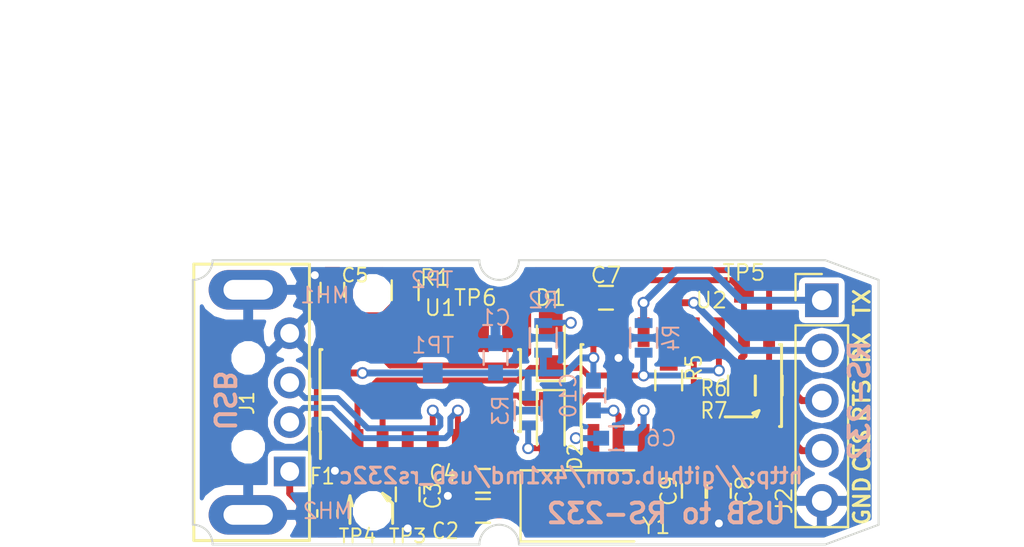
<source format=kicad_pcb>
(kicad_pcb (version 4) (host pcbnew 4.0.7-e2-6376~61~ubuntu18.04.1)

  (general
    (links 62)
    (no_connects 0)
    (area 90.021429 71.9 142.428573 102.075)
    (thickness 1.6)
    (drawings 39)
    (tracks 208)
    (zones 0)
    (modules 33)
    (nets 26)
  )

  (page A4)
  (layers
    (0 F.Cu signal)
    (31 B.Cu signal)
    (32 B.Adhes user)
    (33 F.Adhes user)
    (34 B.Paste user)
    (35 F.Paste user)
    (36 B.SilkS user)
    (37 F.SilkS user)
    (38 B.Mask user)
    (39 F.Mask user)
    (40 Dwgs.User user)
    (41 Cmts.User user)
    (42 Eco1.User user)
    (43 Eco2.User user)
    (44 Edge.Cuts user)
    (45 Margin user)
    (46 B.CrtYd user)
    (47 F.CrtYd user)
    (48 B.Fab user)
    (49 F.Fab user hide)
  )

  (setup
    (last_trace_width 0.35)
    (user_trace_width 0.3)
    (user_trace_width 0.35)
    (user_trace_width 0.5)
    (trace_clearance 0.2)
    (zone_clearance 0.3)
    (zone_45_only no)
    (trace_min 0.2)
    (segment_width 0.15)
    (edge_width 0.15)
    (via_size 0.6)
    (via_drill 0.4)
    (via_min_size 0.4)
    (via_min_drill 0.3)
    (uvia_size 0.3)
    (uvia_drill 0.1)
    (uvias_allowed no)
    (uvia_min_size 0.2)
    (uvia_min_drill 0.1)
    (pcb_text_width 0.3)
    (pcb_text_size 1.5 1.5)
    (mod_edge_width 0.15)
    (mod_text_size 1 1)
    (mod_text_width 0.15)
    (pad_size 1 1)
    (pad_drill 0)
    (pad_to_mask_clearance 0.2)
    (aux_axis_origin 0 0)
    (visible_elements FFFFFFFF)
    (pcbplotparams
      (layerselection 0x010f0_80000001)
      (usegerberextensions false)
      (excludeedgelayer true)
      (linewidth 0.100000)
      (plotframeref false)
      (viasonmask false)
      (mode 1)
      (useauxorigin false)
      (hpglpennumber 1)
      (hpglpenspeed 20)
      (hpglpendiameter 15)
      (hpglpenoverlay 2)
      (psnegative false)
      (psa4output false)
      (plotreference true)
      (plotvalue true)
      (plotinvisibletext false)
      (padsonsilk false)
      (subtractmaskfromsilk false)
      (outputformat 1)
      (mirror false)
      (drillshape 0)
      (scaleselection 1)
      (outputdirectory gerbers))
  )

  (net 0 "")
  (net 1 /5V)
  (net 2 GNDREF)
  (net 3 /3.3V)
  (net 4 /USB_5V)
  (net 5 /USB_D+)
  (net 6 /USB_D-)
  (net 7 /TX)
  (net 8 /RX)
  (net 9 /RTS)
  (net 10 /CTS)
  (net 11 /TXD)
  (net 12 /RXD)
  (net 13 /RTS#)
  (net 14 /CTS#)
  (net 15 /XI)
  (net 16 /XO)
  (net 17 /C2-)
  (net 18 /C1+)
  (net 19 /VS-)
  (net 20 /C2+)
  (net 21 /TX_LED)
  (net 22 /RX_LED)
  (net 23 /RS232_INV)
  (net 24 /VS+)
  (net 25 /C1-)

  (net_class Default "This is the default net class."
    (clearance 0.2)
    (trace_width 0.25)
    (via_dia 0.6)
    (via_drill 0.4)
    (uvia_dia 0.3)
    (uvia_drill 0.1)
    (add_net /3.3V)
    (add_net /5V)
    (add_net /C1+)
    (add_net /C1-)
    (add_net /C2+)
    (add_net /C2-)
    (add_net /CTS)
    (add_net /CTS#)
    (add_net /RS232_INV)
    (add_net /RTS)
    (add_net /RTS#)
    (add_net /RX)
    (add_net /RXD)
    (add_net /RX_LED)
    (add_net /TX)
    (add_net /TXD)
    (add_net /TX_LED)
    (add_net /USB_5V)
    (add_net /USB_D+)
    (add_net /USB_D-)
    (add_net /VS+)
    (add_net /VS-)
    (add_net /XI)
    (add_net /XO)
    (add_net GNDREF)
  )

  (module Housings_SOIC:SOIC-16_3.9x9.9mm_Pitch1.27mm (layer F.Cu) (tedit 5BA8D503) (tstamp 5A9ABC34)
    (at 111.506 92.202 90)
    (descr "16-Lead Plastic Small Outline (SL) - Narrow, 3.90 mm Body [SOIC] (see Microchip Packaging Specification 00000049BS.pdf)")
    (tags "SOIC 1.27")
    (path /5A99B64A)
    (attr smd)
    (fp_text reference U1 (at 4.191 1.016 180) (layer F.SilkS)
      (effects (font (size 0.8 0.8) (thickness 0.1)))
    )
    (fp_text value CH340G (at 0 0 180) (layer F.Fab)
      (effects (font (size 0.5 0.5) (thickness 0.05)))
    )
    (fp_text user %R (at 0 0 90) (layer F.Fab)
      (effects (font (size 0.9 0.9) (thickness 0.135)))
    )
    (fp_line (start -0.95 -4.95) (end 1.95 -4.95) (layer F.Fab) (width 0.15))
    (fp_line (start 1.95 -4.95) (end 1.95 4.95) (layer F.Fab) (width 0.15))
    (fp_line (start 1.95 4.95) (end -1.95 4.95) (layer F.Fab) (width 0.15))
    (fp_line (start -1.95 4.95) (end -1.95 -3.95) (layer F.Fab) (width 0.15))
    (fp_line (start -1.95 -3.95) (end -0.95 -4.95) (layer F.Fab) (width 0.15))
    (fp_line (start -3.7 -5.25) (end -3.7 5.25) (layer F.CrtYd) (width 0.05))
    (fp_line (start 3.7 -5.25) (end 3.7 5.25) (layer F.CrtYd) (width 0.05))
    (fp_line (start -3.7 -5.25) (end 3.7 -5.25) (layer F.CrtYd) (width 0.05))
    (fp_line (start -3.7 5.25) (end 3.7 5.25) (layer F.CrtYd) (width 0.05))
    (fp_line (start -2.075 -5.075) (end -2.075 -5.05) (layer F.SilkS) (width 0.15))
    (fp_line (start 2.075 -5.075) (end 2.075 -4.97) (layer F.SilkS) (width 0.15))
    (fp_line (start 2.075 5.075) (end 2.075 4.97) (layer F.SilkS) (width 0.15))
    (fp_line (start -2.075 5.075) (end -2.075 4.97) (layer F.SilkS) (width 0.15))
    (fp_line (start -2.075 -5.075) (end 2.075 -5.075) (layer F.SilkS) (width 0.15))
    (fp_line (start -2.075 5.075) (end 2.075 5.075) (layer F.SilkS) (width 0.15))
    (fp_line (start -2.075 -5.05) (end -3.45 -5.05) (layer F.SilkS) (width 0.15))
    (pad 1 smd rect (at -2.7 -4.445 90) (size 1.5 0.6) (layers F.Cu F.Paste F.Mask)
      (net 2 GNDREF))
    (pad 2 smd rect (at -2.7 -3.175 90) (size 1.5 0.6) (layers F.Cu F.Paste F.Mask)
      (net 11 /TXD))
    (pad 3 smd rect (at -2.7 -1.905 90) (size 1.5 0.6) (layers F.Cu F.Paste F.Mask)
      (net 12 /RXD))
    (pad 4 smd rect (at -2.7 -0.635 90) (size 1.5 0.6) (layers F.Cu F.Paste F.Mask)
      (net 3 /3.3V))
    (pad 5 smd rect (at -2.7 0.635 90) (size 1.5 0.6) (layers F.Cu F.Paste F.Mask)
      (net 5 /USB_D+))
    (pad 6 smd rect (at -2.7 1.905 90) (size 1.5 0.6) (layers F.Cu F.Paste F.Mask)
      (net 6 /USB_D-))
    (pad 7 smd rect (at -2.7 3.175 90) (size 1.5 0.6) (layers F.Cu F.Paste F.Mask)
      (net 15 /XI))
    (pad 8 smd rect (at -2.7 4.445 90) (size 1.5 0.6) (layers F.Cu F.Paste F.Mask)
      (net 16 /XO))
    (pad 9 smd rect (at 2.7 4.445 90) (size 1.5 0.6) (layers F.Cu F.Paste F.Mask)
      (net 14 /CTS#))
    (pad 10 smd rect (at 2.7 3.175 90) (size 1.5 0.6) (layers F.Cu F.Paste F.Mask))
    (pad 11 smd rect (at 2.7 1.905 90) (size 1.5 0.6) (layers F.Cu F.Paste F.Mask))
    (pad 12 smd rect (at 2.7 0.635 90) (size 1.5 0.6) (layers F.Cu F.Paste F.Mask))
    (pad 13 smd rect (at 2.7 -0.635 90) (size 1.5 0.6) (layers F.Cu F.Paste F.Mask))
    (pad 14 smd rect (at 2.7 -1.905 90) (size 1.5 0.6) (layers F.Cu F.Paste F.Mask)
      (net 13 /RTS#))
    (pad 15 smd rect (at 2.7 -3.175 90) (size 1.5 0.6) (layers F.Cu F.Paste F.Mask)
      (net 23 /RS232_INV))
    (pad 16 smd rect (at 2.7 -4.445 90) (size 1.5 0.6) (layers F.Cu F.Paste F.Mask)
      (net 1 /5V))
    (model ${KISYS3DMOD}/Housings_SOIC.3dshapes/SOIC-16_3.9x9.9mm_Pitch1.27mm.wrl
      (at (xyz 0 0 0))
      (scale (xyz 1 1 1))
      (rotate (xyz 0 0 0))
    )
  )

  (module Pin_Headers:Pin_Header_Straight_1x05_Pitch2.54mm (layer F.Cu) (tedit 5BA8E5C3) (tstamp 5A9ABBDC)
    (at 131.826 87.63)
    (descr "Through hole straight pin header, 1x05, 2.54mm pitch, single row")
    (tags "Through hole pin header THT 1x05 2.54mm single row")
    (path /5A9A5E9C)
    (fp_text reference J2 (at -1.905 10.16 90) (layer F.SilkS)
      (effects (font (size 0.8 0.8) (thickness 0.1)))
    )
    (fp_text value RS-232 (at -0.381 12.7) (layer F.Fab)
      (effects (font (size 0.5 0.5) (thickness 0.05)))
    )
    (fp_line (start -0.635 -1.27) (end 1.27 -1.27) (layer F.Fab) (width 0.1))
    (fp_line (start 1.27 -1.27) (end 1.27 11.43) (layer F.Fab) (width 0.1))
    (fp_line (start 1.27 11.43) (end -1.27 11.43) (layer F.Fab) (width 0.1))
    (fp_line (start -1.27 11.43) (end -1.27 -0.635) (layer F.Fab) (width 0.1))
    (fp_line (start -1.27 -0.635) (end -0.635 -1.27) (layer F.Fab) (width 0.1))
    (fp_line (start -1.33 11.49) (end 1.33 11.49) (layer F.SilkS) (width 0.12))
    (fp_line (start -1.33 1.27) (end -1.33 11.49) (layer F.SilkS) (width 0.12))
    (fp_line (start 1.33 1.27) (end 1.33 11.49) (layer F.SilkS) (width 0.12))
    (fp_line (start -1.33 1.27) (end 1.33 1.27) (layer F.SilkS) (width 0.12))
    (fp_line (start -1.33 0) (end -1.33 -1.33) (layer F.SilkS) (width 0.12))
    (fp_line (start -1.33 -1.33) (end 0 -1.33) (layer F.SilkS) (width 0.12))
    (fp_line (start -1.8 -1.8) (end -1.8 11.95) (layer F.CrtYd) (width 0.05))
    (fp_line (start -1.8 11.95) (end 1.8 11.95) (layer F.CrtYd) (width 0.05))
    (fp_line (start 1.8 11.95) (end 1.8 -1.8) (layer F.CrtYd) (width 0.05))
    (fp_line (start 1.8 -1.8) (end -1.8 -1.8) (layer F.CrtYd) (width 0.05))
    (fp_text user %R (at 0 5.08 90) (layer F.Fab)
      (effects (font (size 0.5 0.5) (thickness 0.05)))
    )
    (pad 1 thru_hole rect (at 0 0) (size 1.7 1.7) (drill 1) (layers *.Cu *.Mask)
      (net 7 /TX))
    (pad 2 thru_hole oval (at 0 2.54) (size 1.7 1.7) (drill 1) (layers *.Cu *.Mask)
      (net 8 /RX))
    (pad 3 thru_hole oval (at 0 5.08) (size 1.7 1.7) (drill 1) (layers *.Cu *.Mask)
      (net 9 /RTS))
    (pad 4 thru_hole oval (at 0 7.62) (size 1.7 1.7) (drill 1) (layers *.Cu *.Mask)
      (net 10 /CTS))
    (pad 5 thru_hole oval (at 0 10.16) (size 1.7 1.7) (drill 1) (layers *.Cu *.Mask)
      (net 2 GNDREF))
    (model ${KISYS3DMOD}/Pin_Headers.3dshapes/Pin_Header_Straight_1x05_Pitch2.54mm.wrl
      (at (xyz 0 0 0))
      (scale (xyz 1 1 1))
      (rotate (xyz 0 0 0))
    )
  )

  (module Housings_SOIC:SOIC-16_3.9x9.9mm_Pitch1.27mm (layer F.Cu) (tedit 5BA8D4B0) (tstamp 5A9ABC48)
    (at 124.714 91.948 90)
    (descr "16-Lead Plastic Small Outline (SL) - Narrow, 3.90 mm Body [SOIC] (see Microchip Packaging Specification 00000049BS.pdf)")
    (tags "SOIC 1.27")
    (path /5A99B6BF)
    (attr smd)
    (fp_text reference U2 (at 4.318 1.524 180) (layer F.SilkS)
      (effects (font (size 0.8 0.8) (thickness 0.1)))
    )
    (fp_text value MAX232 (at 0 0 180) (layer F.Fab)
      (effects (font (size 0.5 0.5) (thickness 0.05)))
    )
    (fp_text user %R (at 0 0 90) (layer F.Fab)
      (effects (font (size 0.9 0.9) (thickness 0.135)))
    )
    (fp_line (start -0.95 -4.95) (end 1.95 -4.95) (layer F.Fab) (width 0.15))
    (fp_line (start 1.95 -4.95) (end 1.95 4.95) (layer F.Fab) (width 0.15))
    (fp_line (start 1.95 4.95) (end -1.95 4.95) (layer F.Fab) (width 0.15))
    (fp_line (start -1.95 4.95) (end -1.95 -3.95) (layer F.Fab) (width 0.15))
    (fp_line (start -1.95 -3.95) (end -0.95 -4.95) (layer F.Fab) (width 0.15))
    (fp_line (start -3.7 -5.25) (end -3.7 5.25) (layer F.CrtYd) (width 0.05))
    (fp_line (start 3.7 -5.25) (end 3.7 5.25) (layer F.CrtYd) (width 0.05))
    (fp_line (start -3.7 -5.25) (end 3.7 -5.25) (layer F.CrtYd) (width 0.05))
    (fp_line (start -3.7 5.25) (end 3.7 5.25) (layer F.CrtYd) (width 0.05))
    (fp_line (start -2.075 -5.075) (end -2.075 -5.05) (layer F.SilkS) (width 0.15))
    (fp_line (start 2.075 -5.075) (end 2.075 -4.97) (layer F.SilkS) (width 0.15))
    (fp_line (start 2.075 5.075) (end 2.075 4.97) (layer F.SilkS) (width 0.15))
    (fp_line (start -2.075 5.075) (end -2.075 4.97) (layer F.SilkS) (width 0.15))
    (fp_line (start -2.075 -5.075) (end 2.075 -5.075) (layer F.SilkS) (width 0.15))
    (fp_line (start -2.075 5.075) (end 2.075 5.075) (layer F.SilkS) (width 0.15))
    (fp_line (start -2.075 -5.05) (end -3.45 -5.05) (layer F.SilkS) (width 0.15))
    (pad 1 smd rect (at -2.7 -4.445 90) (size 1.5 0.6) (layers F.Cu F.Paste F.Mask)
      (net 18 /C1+))
    (pad 2 smd rect (at -2.7 -3.175 90) (size 1.5 0.6) (layers F.Cu F.Paste F.Mask)
      (net 24 /VS+))
    (pad 3 smd rect (at -2.7 -1.905 90) (size 1.5 0.6) (layers F.Cu F.Paste F.Mask)
      (net 25 /C1-))
    (pad 4 smd rect (at -2.7 -0.635 90) (size 1.5 0.6) (layers F.Cu F.Paste F.Mask)
      (net 20 /C2+))
    (pad 5 smd rect (at -2.7 0.635 90) (size 1.5 0.6) (layers F.Cu F.Paste F.Mask)
      (net 17 /C2-))
    (pad 6 smd rect (at -2.7 1.905 90) (size 1.5 0.6) (layers F.Cu F.Paste F.Mask)
      (net 19 /VS-))
    (pad 7 smd rect (at -2.7 3.175 90) (size 1.5 0.6) (layers F.Cu F.Paste F.Mask)
      (net 9 /RTS))
    (pad 8 smd rect (at -2.7 4.445 90) (size 1.5 0.6) (layers F.Cu F.Paste F.Mask)
      (net 10 /CTS))
    (pad 9 smd rect (at 2.7 4.445 90) (size 1.5 0.6) (layers F.Cu F.Paste F.Mask)
      (net 14 /CTS#))
    (pad 10 smd rect (at 2.7 3.175 90) (size 1.5 0.6) (layers F.Cu F.Paste F.Mask)
      (net 13 /RTS#))
    (pad 11 smd rect (at 2.7 1.905 90) (size 1.5 0.6) (layers F.Cu F.Paste F.Mask)
      (net 11 /TXD))
    (pad 12 smd rect (at 2.7 0.635 90) (size 1.5 0.6) (layers F.Cu F.Paste F.Mask)
      (net 12 /RXD))
    (pad 13 smd rect (at 2.7 -0.635 90) (size 1.5 0.6) (layers F.Cu F.Paste F.Mask)
      (net 8 /RX))
    (pad 14 smd rect (at 2.7 -1.905 90) (size 1.5 0.6) (layers F.Cu F.Paste F.Mask)
      (net 7 /TX))
    (pad 15 smd rect (at 2.7 -3.175 90) (size 1.5 0.6) (layers F.Cu F.Paste F.Mask)
      (net 2 GNDREF))
    (pad 16 smd rect (at 2.7 -4.445 90) (size 1.5 0.6) (layers F.Cu F.Paste F.Mask)
      (net 1 /5V))
    (model ${KISYS3DMOD}/Housings_SOIC.3dshapes/SOIC-16_3.9x9.9mm_Pitch1.27mm.wrl
      (at (xyz 0 0 0))
      (scale (xyz 1 1 1))
      (rotate (xyz 0 0 0))
    )
  )

  (module Crystals:Crystal_SMD_5032-2pin_5.0x3.2mm (layer F.Cu) (tedit 5BA8D392) (tstamp 5A9AEF01)
    (at 119.634 98.044)
    (descr "SMD Crystal SERIES SMD2520/2 http://www.icbase.com/File/PDF/HKC/HKC00061008.pdf, 5.0x3.2mm^2 package")
    (tags "SMD SMT crystal")
    (path /5A9A9072)
    (attr smd)
    (fp_text reference Y1 (at 3.81 1.016) (layer F.SilkS)
      (effects (font (size 0.8 0.8) (thickness 0.1)))
    )
    (fp_text value 12MHz (at 0 0.889) (layer F.Fab)
      (effects (font (size 0.5 0.5) (thickness 0.05)))
    )
    (fp_text user %R (at 0 0) (layer F.Fab)
      (effects (font (size 0.5 0.5) (thickness 0.05)))
    )
    (fp_line (start -2.3 -1.6) (end 2.3 -1.6) (layer F.Fab) (width 0.1))
    (fp_line (start 2.3 -1.6) (end 2.5 -1.4) (layer F.Fab) (width 0.1))
    (fp_line (start 2.5 -1.4) (end 2.5 1.4) (layer F.Fab) (width 0.1))
    (fp_line (start 2.5 1.4) (end 2.3 1.6) (layer F.Fab) (width 0.1))
    (fp_line (start 2.3 1.6) (end -2.3 1.6) (layer F.Fab) (width 0.1))
    (fp_line (start -2.3 1.6) (end -2.5 1.4) (layer F.Fab) (width 0.1))
    (fp_line (start -2.5 1.4) (end -2.5 -1.4) (layer F.Fab) (width 0.1))
    (fp_line (start -2.5 -1.4) (end -2.3 -1.6) (layer F.Fab) (width 0.1))
    (fp_line (start -2.5 0.6) (end -1.5 1.6) (layer F.Fab) (width 0.1))
    (fp_line (start 2.7 -1.8) (end -3.05 -1.8) (layer F.SilkS) (width 0.12))
    (fp_line (start -3.05 -1.8) (end -3.05 1.8) (layer F.SilkS) (width 0.12))
    (fp_line (start -3.05 1.8) (end 2.7 1.8) (layer F.SilkS) (width 0.12))
    (fp_line (start -3.1 -1.9) (end -3.1 1.9) (layer F.CrtYd) (width 0.05))
    (fp_line (start -3.1 1.9) (end 3.1 1.9) (layer F.CrtYd) (width 0.05))
    (fp_line (start 3.1 1.9) (end 3.1 -1.9) (layer F.CrtYd) (width 0.05))
    (fp_line (start 3.1 -1.9) (end -3.1 -1.9) (layer F.CrtYd) (width 0.05))
    (fp_circle (center 0 0) (end 0.4 0) (layer F.Adhes) (width 0.1))
    (fp_circle (center 0 0) (end 0.333333 0) (layer F.Adhes) (width 0.133333))
    (fp_circle (center 0 0) (end 0.213333 0) (layer F.Adhes) (width 0.133333))
    (fp_circle (center 0 0) (end 0.093333 0) (layer F.Adhes) (width 0.186667))
    (pad 1 smd rect (at -1.85 0) (size 2 2.4) (layers F.Cu F.Paste F.Mask)
      (net 15 /XI))
    (pad 2 smd rect (at 1.85 0) (size 2 2.4) (layers F.Cu F.Paste F.Mask)
      (net 16 /XO))
    (model ${KISYS3DMOD}/Crystals.3dshapes/Crystal_SMD_5032-2pin_5.0x3.2mm.wrl
      (at (xyz 0 0 0))
      (scale (xyz 0.393701 0.393701 0.393701))
      (rotate (xyz 0 0 0))
    )
  )

  (module Capacitors_SMD:C_0603 (layer B.Cu) (tedit 5BA8D6AB) (tstamp 5B534012)
    (at 115.316 90.551 90)
    (descr "Capacitor SMD 0603, reflow soldering, AVX (see smccp.pdf)")
    (tags "capacitor 0603")
    (path /5A9A6A20)
    (attr smd)
    (fp_text reference C1 (at 2.032 0 180) (layer B.SilkS)
      (effects (font (size 0.8 0.8) (thickness 0.1)) (justify mirror))
    )
    (fp_text value 10uF (at 0 0 90) (layer B.Fab)
      (effects (font (size 0.5 0.5) (thickness 0.1)) (justify mirror))
    )
    (fp_line (start 1.4 -0.65) (end -1.4 -0.65) (layer B.CrtYd) (width 0.05))
    (fp_line (start 1.4 -0.65) (end 1.4 0.65) (layer B.CrtYd) (width 0.05))
    (fp_line (start -1.4 0.65) (end -1.4 -0.65) (layer B.CrtYd) (width 0.05))
    (fp_line (start -1.4 0.65) (end 1.4 0.65) (layer B.CrtYd) (width 0.05))
    (fp_line (start 0.35 -0.6) (end -0.35 -0.6) (layer B.SilkS) (width 0.12))
    (fp_line (start -0.35 0.6) (end 0.35 0.6) (layer B.SilkS) (width 0.12))
    (fp_line (start -0.8 0.4) (end 0.8 0.4) (layer B.Fab) (width 0.1))
    (fp_line (start 0.8 0.4) (end 0.8 -0.4) (layer B.Fab) (width 0.1))
    (fp_line (start 0.8 -0.4) (end -0.8 -0.4) (layer B.Fab) (width 0.1))
    (fp_line (start -0.8 -0.4) (end -0.8 0.4) (layer B.Fab) (width 0.1))
    (pad 2 smd rect (at 0.75 0 90) (size 0.8 0.75) (layers B.Cu B.Paste B.Mask)
      (net 2 GNDREF))
    (pad 1 smd rect (at -0.75 0 90) (size 0.8 0.75) (layers B.Cu B.Paste B.Mask)
      (net 1 /5V))
    (model Capacitors_SMD.3dshapes/C_0603.wrl
      (at (xyz 0 0 0))
      (scale (xyz 1 1 1))
      (rotate (xyz 0 0 0))
    )
  )

  (module Capacitors_SMD:C_0603 (layer F.Cu) (tedit 5BA8D352) (tstamp 5B534017)
    (at 114.681 98.298 180)
    (descr "Capacitor SMD 0603, reflow soldering, AVX (see smccp.pdf)")
    (tags "capacitor 0603")
    (path /5A9A94B7)
    (attr smd)
    (fp_text reference C2 (at 1.905 -1.016 180) (layer F.SilkS)
      (effects (font (size 0.8 0.7) (thickness 0.1)))
    )
    (fp_text value 22pF (at 0 0.127 180) (layer F.Fab)
      (effects (font (size 0.5 0.5) (thickness 0.05)))
    )
    (fp_line (start 1.4 0.65) (end -1.4 0.65) (layer F.CrtYd) (width 0.05))
    (fp_line (start 1.4 0.65) (end 1.4 -0.65) (layer F.CrtYd) (width 0.05))
    (fp_line (start -1.4 -0.65) (end -1.4 0.65) (layer F.CrtYd) (width 0.05))
    (fp_line (start -1.4 -0.65) (end 1.4 -0.65) (layer F.CrtYd) (width 0.05))
    (fp_line (start 0.35 0.6) (end -0.35 0.6) (layer F.SilkS) (width 0.12))
    (fp_line (start -0.35 -0.6) (end 0.35 -0.6) (layer F.SilkS) (width 0.12))
    (fp_line (start -0.8 -0.4) (end 0.8 -0.4) (layer F.Fab) (width 0.1))
    (fp_line (start 0.8 -0.4) (end 0.8 0.4) (layer F.Fab) (width 0.1))
    (fp_line (start 0.8 0.4) (end -0.8 0.4) (layer F.Fab) (width 0.1))
    (fp_line (start -0.8 0.4) (end -0.8 -0.4) (layer F.Fab) (width 0.1))
    (fp_text user %R (at 0 0 180) (layer F.Fab)
      (effects (font (size 0.3 0.3) (thickness 0.075)))
    )
    (pad 2 smd rect (at 0.75 0 180) (size 0.8 0.75) (layers F.Cu F.Paste F.Mask)
      (net 2 GNDREF))
    (pad 1 smd rect (at -0.75 0 180) (size 0.8 0.75) (layers F.Cu F.Paste F.Mask)
      (net 15 /XI))
    (model Capacitors_SMD.3dshapes/C_0603.wrl
      (at (xyz 0 0 0))
      (scale (xyz 1 1 1))
      (rotate (xyz 0 0 0))
    )
  )

  (module Capacitors_SMD:C_0603 (layer F.Cu) (tedit 5BA8D35E) (tstamp 5B53401C)
    (at 110.871 97.4598 90)
    (descr "Capacitor SMD 0603, reflow soldering, AVX (see smccp.pdf)")
    (tags "capacitor 0603")
    (path /5A9A9707)
    (attr smd)
    (fp_text reference C3 (at -0.0762 1.27 90) (layer F.SilkS)
      (effects (font (size 0.8 0.7) (thickness 0.1)))
    )
    (fp_text value 10uF (at 0.0508 0 90) (layer F.Fab)
      (effects (font (size 0.5 0.5) (thickness 0.05)))
    )
    (fp_line (start 1.4 0.65) (end -1.4 0.65) (layer F.CrtYd) (width 0.05))
    (fp_line (start 1.4 0.65) (end 1.4 -0.65) (layer F.CrtYd) (width 0.05))
    (fp_line (start -1.4 -0.65) (end -1.4 0.65) (layer F.CrtYd) (width 0.05))
    (fp_line (start -1.4 -0.65) (end 1.4 -0.65) (layer F.CrtYd) (width 0.05))
    (fp_line (start 0.35 0.6) (end -0.35 0.6) (layer F.SilkS) (width 0.12))
    (fp_line (start -0.35 -0.6) (end 0.35 -0.6) (layer F.SilkS) (width 0.12))
    (fp_line (start -0.8 -0.4) (end 0.8 -0.4) (layer F.Fab) (width 0.1))
    (fp_line (start 0.8 -0.4) (end 0.8 0.4) (layer F.Fab) (width 0.1))
    (fp_line (start 0.8 0.4) (end -0.8 0.4) (layer F.Fab) (width 0.1))
    (fp_line (start -0.8 0.4) (end -0.8 -0.4) (layer F.Fab) (width 0.1))
    (fp_text user %R (at 0 0 90) (layer F.Fab)
      (effects (font (size 0.3 0.3) (thickness 0.075)))
    )
    (pad 2 smd rect (at 0.75 0 90) (size 0.8 0.75) (layers F.Cu F.Paste F.Mask)
      (net 3 /3.3V))
    (pad 1 smd rect (at -0.75 0 90) (size 0.8 0.75) (layers F.Cu F.Paste F.Mask)
      (net 2 GNDREF))
    (model Capacitors_SMD.3dshapes/C_0603.wrl
      (at (xyz 0 0 0))
      (scale (xyz 1 1 1))
      (rotate (xyz 0 0 0))
    )
  )

  (module Capacitors_SMD:C_0603 (layer F.Cu) (tedit 5BA8D368) (tstamp 5B534021)
    (at 114.681 96.774 180)
    (descr "Capacitor SMD 0603, reflow soldering, AVX (see smccp.pdf)")
    (tags "capacitor 0603")
    (path /5A9A93B5)
    (attr smd)
    (fp_text reference C4 (at 2.032 0.381 180) (layer F.SilkS)
      (effects (font (size 0.8 0.7) (thickness 0.1)))
    )
    (fp_text value 22pF (at 0 0 180) (layer F.Fab)
      (effects (font (size 0.5 0.5) (thickness 0.05)))
    )
    (fp_line (start 1.4 0.65) (end -1.4 0.65) (layer F.CrtYd) (width 0.05))
    (fp_line (start 1.4 0.65) (end 1.4 -0.65) (layer F.CrtYd) (width 0.05))
    (fp_line (start -1.4 -0.65) (end -1.4 0.65) (layer F.CrtYd) (width 0.05))
    (fp_line (start -1.4 -0.65) (end 1.4 -0.65) (layer F.CrtYd) (width 0.05))
    (fp_line (start 0.35 0.6) (end -0.35 0.6) (layer F.SilkS) (width 0.12))
    (fp_line (start -0.35 -0.6) (end 0.35 -0.6) (layer F.SilkS) (width 0.12))
    (fp_line (start -0.8 -0.4) (end 0.8 -0.4) (layer F.Fab) (width 0.1))
    (fp_line (start 0.8 -0.4) (end 0.8 0.4) (layer F.Fab) (width 0.1))
    (fp_line (start 0.8 0.4) (end -0.8 0.4) (layer F.Fab) (width 0.1))
    (fp_line (start -0.8 0.4) (end -0.8 -0.4) (layer F.Fab) (width 0.1))
    (fp_text user %R (at 0 0 180) (layer F.Fab)
      (effects (font (size 0.3 0.3) (thickness 0.075)))
    )
    (pad 2 smd rect (at 0.75 0 180) (size 0.8 0.75) (layers F.Cu F.Paste F.Mask)
      (net 2 GNDREF))
    (pad 1 smd rect (at -0.75 0 180) (size 0.8 0.75) (layers F.Cu F.Paste F.Mask)
      (net 16 /XO))
    (model Capacitors_SMD.3dshapes/C_0603.wrl
      (at (xyz 0 0 0))
      (scale (xyz 1 1 1))
      (rotate (xyz 0 0 0))
    )
  )

  (module Capacitors_SMD:C_0603 (layer F.Cu) (tedit 5BA8D5E3) (tstamp 5B534026)
    (at 107.061 87.0966 90)
    (descr "Capacitor SMD 0603, reflow soldering, AVX (see smccp.pdf)")
    (tags "capacitor 0603")
    (path /5A9B62CC)
    (attr smd)
    (fp_text reference C5 (at 0.7366 1.143 360) (layer F.SilkS)
      (effects (font (size 0.7 0.7) (thickness 0.1)))
    )
    (fp_text value 10uF (at -0.0254 0 90) (layer F.Fab)
      (effects (font (size 0.5 0.5) (thickness 0.05)))
    )
    (fp_line (start 1.4 0.65) (end -1.4 0.65) (layer F.CrtYd) (width 0.05))
    (fp_line (start 1.4 0.65) (end 1.4 -0.65) (layer F.CrtYd) (width 0.05))
    (fp_line (start -1.4 -0.65) (end -1.4 0.65) (layer F.CrtYd) (width 0.05))
    (fp_line (start -1.4 -0.65) (end 1.4 -0.65) (layer F.CrtYd) (width 0.05))
    (fp_line (start 0.35 0.6) (end -0.35 0.6) (layer F.SilkS) (width 0.12))
    (fp_line (start -0.35 -0.6) (end 0.35 -0.6) (layer F.SilkS) (width 0.12))
    (fp_line (start -0.8 -0.4) (end 0.8 -0.4) (layer F.Fab) (width 0.1))
    (fp_line (start 0.8 -0.4) (end 0.8 0.4) (layer F.Fab) (width 0.1))
    (fp_line (start 0.8 0.4) (end -0.8 0.4) (layer F.Fab) (width 0.1))
    (fp_line (start -0.8 0.4) (end -0.8 -0.4) (layer F.Fab) (width 0.1))
    (fp_text user %R (at 0 0 90) (layer F.Fab)
      (effects (font (size 0.3 0.3) (thickness 0.075)))
    )
    (pad 2 smd rect (at 0.75 0 90) (size 0.8 0.75) (layers F.Cu F.Paste F.Mask)
      (net 2 GNDREF))
    (pad 1 smd rect (at -0.75 0 90) (size 0.8 0.75) (layers F.Cu F.Paste F.Mask)
      (net 1 /5V))
    (model Capacitors_SMD.3dshapes/C_0603.wrl
      (at (xyz 0 0 0))
      (scale (xyz 1 1 1))
      (rotate (xyz 0 0 0))
    )
  )

  (module Capacitors_SMD:C_0603 (layer B.Cu) (tedit 5C4B0DAB) (tstamp 5B53402B)
    (at 121.412 94.615)
    (descr "Capacitor SMD 0603, reflow soldering, AVX (see smccp.pdf)")
    (tags "capacitor 0603")
    (path /5A9AAB7A)
    (attr smd)
    (fp_text reference C6 (at 2.286 0) (layer B.SilkS)
      (effects (font (size 0.8 0.8) (thickness 0.1)) (justify mirror))
    )
    (fp_text value 10uF (at 0 0) (layer B.Fab)
      (effects (font (size 0.5 0.5) (thickness 0.05)) (justify mirror))
    )
    (fp_line (start 1.4 -0.65) (end -1.4 -0.65) (layer B.CrtYd) (width 0.05))
    (fp_line (start 1.4 -0.65) (end 1.4 0.65) (layer B.CrtYd) (width 0.05))
    (fp_line (start -1.4 0.65) (end -1.4 -0.65) (layer B.CrtYd) (width 0.05))
    (fp_line (start -1.4 0.65) (end 1.4 0.65) (layer B.CrtYd) (width 0.05))
    (fp_line (start 0.35 -0.6) (end -0.35 -0.6) (layer B.SilkS) (width 0.12))
    (fp_line (start -0.35 0.6) (end 0.35 0.6) (layer B.SilkS) (width 0.12))
    (fp_line (start -0.8 0.4) (end 0.8 0.4) (layer B.Fab) (width 0.1))
    (fp_line (start 0.8 0.4) (end 0.8 -0.4) (layer B.Fab) (width 0.1))
    (fp_line (start 0.8 -0.4) (end -0.8 -0.4) (layer B.Fab) (width 0.1))
    (fp_line (start -0.8 -0.4) (end -0.8 0.4) (layer B.Fab) (width 0.1))
    (pad 2 smd rect (at 0.75 0) (size 0.8 0.75) (layers B.Cu B.Paste B.Mask)
      (net 25 /C1-))
    (pad 1 smd rect (at -0.75 0) (size 0.8 0.75) (layers B.Cu B.Paste B.Mask)
      (net 18 /C1+))
    (model Capacitors_SMD.3dshapes/C_0603.wrl
      (at (xyz 0 0 0))
      (scale (xyz 1 1 1))
      (rotate (xyz 0 0 0))
    )
  )

  (module Capacitors_SMD:C_0603 (layer F.Cu) (tedit 5BA8D4CF) (tstamp 5B534030)
    (at 120.904 87.503 180)
    (descr "Capacitor SMD 0603, reflow soldering, AVX (see smccp.pdf)")
    (tags "capacitor 0603")
    (path /5A9AE561)
    (attr smd)
    (fp_text reference C7 (at 0 1.143 180) (layer F.SilkS)
      (effects (font (size 0.8 0.8) (thickness 0.1)))
    )
    (fp_text value 10uF (at 0 0 180) (layer F.Fab)
      (effects (font (size 0.5 0.5) (thickness 0.05)))
    )
    (fp_line (start 1.4 0.65) (end -1.4 0.65) (layer F.CrtYd) (width 0.05))
    (fp_line (start 1.4 0.65) (end 1.4 -0.65) (layer F.CrtYd) (width 0.05))
    (fp_line (start -1.4 -0.65) (end -1.4 0.65) (layer F.CrtYd) (width 0.05))
    (fp_line (start -1.4 -0.65) (end 1.4 -0.65) (layer F.CrtYd) (width 0.05))
    (fp_line (start 0.35 0.6) (end -0.35 0.6) (layer F.SilkS) (width 0.12))
    (fp_line (start -0.35 -0.6) (end 0.35 -0.6) (layer F.SilkS) (width 0.12))
    (fp_line (start -0.8 -0.4) (end 0.8 -0.4) (layer F.Fab) (width 0.1))
    (fp_line (start 0.8 -0.4) (end 0.8 0.4) (layer F.Fab) (width 0.1))
    (fp_line (start 0.8 0.4) (end -0.8 0.4) (layer F.Fab) (width 0.1))
    (fp_line (start -0.8 0.4) (end -0.8 -0.4) (layer F.Fab) (width 0.1))
    (fp_text user %R (at 0 0 180) (layer F.Fab)
      (effects (font (size 0.3 0.3) (thickness 0.075)))
    )
    (pad 2 smd rect (at 0.75 0 180) (size 0.8 0.75) (layers F.Cu F.Paste F.Mask)
      (net 1 /5V))
    (pad 1 smd rect (at -0.75 0 180) (size 0.8 0.75) (layers F.Cu F.Paste F.Mask)
      (net 2 GNDREF))
    (model Capacitors_SMD.3dshapes/C_0603.wrl
      (at (xyz 0 0 0))
      (scale (xyz 1 1 1))
      (rotate (xyz 0 0 0))
    )
  )

  (module Capacitors_SMD:C_0603 (layer F.Cu) (tedit 5BA8D3AA) (tstamp 5B534035)
    (at 126.619 97.282 90)
    (descr "Capacitor SMD 0603, reflow soldering, AVX (see smccp.pdf)")
    (tags "capacitor 0603")
    (path /5A9B14CD)
    (attr smd)
    (fp_text reference C8 (at 0 1.27 90) (layer F.SilkS)
      (effects (font (size 0.8 0.8) (thickness 0.1)))
    )
    (fp_text value 10uF (at 0 0 90) (layer F.Fab)
      (effects (font (size 0.5 0.5) (thickness 0.05)))
    )
    (fp_line (start 1.4 0.65) (end -1.4 0.65) (layer F.CrtYd) (width 0.05))
    (fp_line (start 1.4 0.65) (end 1.4 -0.65) (layer F.CrtYd) (width 0.05))
    (fp_line (start -1.4 -0.65) (end -1.4 0.65) (layer F.CrtYd) (width 0.05))
    (fp_line (start -1.4 -0.65) (end 1.4 -0.65) (layer F.CrtYd) (width 0.05))
    (fp_line (start 0.35 0.6) (end -0.35 0.6) (layer F.SilkS) (width 0.12))
    (fp_line (start -0.35 -0.6) (end 0.35 -0.6) (layer F.SilkS) (width 0.12))
    (fp_line (start -0.8 -0.4) (end 0.8 -0.4) (layer F.Fab) (width 0.1))
    (fp_line (start 0.8 -0.4) (end 0.8 0.4) (layer F.Fab) (width 0.1))
    (fp_line (start 0.8 0.4) (end -0.8 0.4) (layer F.Fab) (width 0.1))
    (fp_line (start -0.8 0.4) (end -0.8 -0.4) (layer F.Fab) (width 0.1))
    (fp_text user %R (at 0 0 90) (layer F.Fab)
      (effects (font (size 0.3 0.3) (thickness 0.075)))
    )
    (pad 2 smd rect (at 0.75 0 90) (size 0.8 0.75) (layers F.Cu F.Paste F.Mask)
      (net 19 /VS-))
    (pad 1 smd rect (at -0.75 0 90) (size 0.8 0.75) (layers F.Cu F.Paste F.Mask)
      (net 2 GNDREF))
    (model Capacitors_SMD.3dshapes/C_0603.wrl
      (at (xyz 0 0 0))
      (scale (xyz 1 1 1))
      (rotate (xyz 0 0 0))
    )
  )

  (module Capacitors_SMD:C_0603 (layer F.Cu) (tedit 5BA8D3A2) (tstamp 5B53403A)
    (at 125.349 97.282 90)
    (descr "Capacitor SMD 0603, reflow soldering, AVX (see smccp.pdf)")
    (tags "capacitor 0603")
    (path /5A9AAD2D)
    (attr smd)
    (fp_text reference C9 (at 0 -1.27 90) (layer F.SilkS)
      (effects (font (size 0.8 0.8) (thickness 0.1)))
    )
    (fp_text value 10uF (at 0 0 90) (layer F.Fab)
      (effects (font (size 0.5 0.5) (thickness 0.05)))
    )
    (fp_line (start 1.4 0.65) (end -1.4 0.65) (layer F.CrtYd) (width 0.05))
    (fp_line (start 1.4 0.65) (end 1.4 -0.65) (layer F.CrtYd) (width 0.05))
    (fp_line (start -1.4 -0.65) (end -1.4 0.65) (layer F.CrtYd) (width 0.05))
    (fp_line (start -1.4 -0.65) (end 1.4 -0.65) (layer F.CrtYd) (width 0.05))
    (fp_line (start 0.35 0.6) (end -0.35 0.6) (layer F.SilkS) (width 0.12))
    (fp_line (start -0.35 -0.6) (end 0.35 -0.6) (layer F.SilkS) (width 0.12))
    (fp_line (start -0.8 -0.4) (end 0.8 -0.4) (layer F.Fab) (width 0.1))
    (fp_line (start 0.8 -0.4) (end 0.8 0.4) (layer F.Fab) (width 0.1))
    (fp_line (start 0.8 0.4) (end -0.8 0.4) (layer F.Fab) (width 0.1))
    (fp_line (start -0.8 0.4) (end -0.8 -0.4) (layer F.Fab) (width 0.1))
    (fp_text user %R (at 0 0 90) (layer F.Fab)
      (effects (font (size 0.3 0.3) (thickness 0.075)))
    )
    (pad 2 smd rect (at 0.75 0 90) (size 0.8 0.75) (layers F.Cu F.Paste F.Mask)
      (net 17 /C2-))
    (pad 1 smd rect (at -0.75 0 90) (size 0.8 0.75) (layers F.Cu F.Paste F.Mask)
      (net 20 /C2+))
    (model Capacitors_SMD.3dshapes/C_0603.wrl
      (at (xyz 0 0 0))
      (scale (xyz 1 1 1))
      (rotate (xyz 0 0 0))
    )
  )

  (module Capacitors_SMD:C_0603 (layer B.Cu) (tedit 5BA8D6D0) (tstamp 5B53403F)
    (at 120.269 92.456 270)
    (descr "Capacitor SMD 0603, reflow soldering, AVX (see smccp.pdf)")
    (tags "capacitor 0603")
    (path /5A9AE204)
    (attr smd)
    (fp_text reference C10 (at 0 1.27 270) (layer B.SilkS)
      (effects (font (size 0.8 0.8) (thickness 0.1)) (justify mirror))
    )
    (fp_text value 10uF (at 0 0 270) (layer B.Fab)
      (effects (font (size 0.5 0.5) (thickness 0.1)) (justify mirror))
    )
    (fp_line (start 1.4 -0.65) (end -1.4 -0.65) (layer B.CrtYd) (width 0.05))
    (fp_line (start 1.4 -0.65) (end 1.4 0.65) (layer B.CrtYd) (width 0.05))
    (fp_line (start -1.4 0.65) (end -1.4 -0.65) (layer B.CrtYd) (width 0.05))
    (fp_line (start -1.4 0.65) (end 1.4 0.65) (layer B.CrtYd) (width 0.05))
    (fp_line (start 0.35 -0.6) (end -0.35 -0.6) (layer B.SilkS) (width 0.12))
    (fp_line (start -0.35 0.6) (end 0.35 0.6) (layer B.SilkS) (width 0.12))
    (fp_line (start -0.8 0.4) (end 0.8 0.4) (layer B.Fab) (width 0.1))
    (fp_line (start 0.8 0.4) (end 0.8 -0.4) (layer B.Fab) (width 0.1))
    (fp_line (start 0.8 -0.4) (end -0.8 -0.4) (layer B.Fab) (width 0.1))
    (fp_line (start -0.8 -0.4) (end -0.8 0.4) (layer B.Fab) (width 0.1))
    (pad 2 smd rect (at 0.75 0 270) (size 0.8 0.75) (layers B.Cu B.Paste B.Mask)
      (net 24 /VS+))
    (pad 1 smd rect (at -0.75 0 270) (size 0.8 0.75) (layers B.Cu B.Paste B.Mask)
      (net 1 /5V))
    (model Capacitors_SMD.3dshapes/C_0603.wrl
      (at (xyz 0 0 0))
      (scale (xyz 1 1 1))
      (rotate (xyz 0 0 0))
    )
  )

  (module Resistors_SMD:R_0603 (layer F.Cu) (tedit 5BA8D52B) (tstamp 5B534044)
    (at 110.744 87.122 90)
    (descr "Resistor SMD 0603, reflow soldering, Vishay (see dcrcw.pdf)")
    (tags "resistor 0603")
    (path /5A9A9CDF)
    (attr smd)
    (fp_text reference R1 (at 0.635 1.524 180) (layer F.SilkS)
      (effects (font (size 0.8 0.8) (thickness 0.1)))
    )
    (fp_text value 0 (at 0 0 90) (layer F.Fab)
      (effects (font (size 0.5 0.5) (thickness 0.05)))
    )
    (fp_text user %R (at 0 0 90) (layer F.Fab)
      (effects (font (size 0.4 0.4) (thickness 0.075)))
    )
    (fp_line (start -0.8 0.4) (end -0.8 -0.4) (layer F.Fab) (width 0.1))
    (fp_line (start 0.8 0.4) (end -0.8 0.4) (layer F.Fab) (width 0.1))
    (fp_line (start 0.8 -0.4) (end 0.8 0.4) (layer F.Fab) (width 0.1))
    (fp_line (start -0.8 -0.4) (end 0.8 -0.4) (layer F.Fab) (width 0.1))
    (fp_line (start 0.5 0.68) (end -0.5 0.68) (layer F.SilkS) (width 0.12))
    (fp_line (start -0.5 -0.68) (end 0.5 -0.68) (layer F.SilkS) (width 0.12))
    (fp_line (start -1.25 -0.7) (end 1.25 -0.7) (layer F.CrtYd) (width 0.05))
    (fp_line (start -1.25 -0.7) (end -1.25 0.7) (layer F.CrtYd) (width 0.05))
    (fp_line (start 1.25 0.7) (end 1.25 -0.7) (layer F.CrtYd) (width 0.05))
    (fp_line (start 1.25 0.7) (end -1.25 0.7) (layer F.CrtYd) (width 0.05))
    (pad 1 smd rect (at -0.75 0 90) (size 0.5 0.9) (layers F.Cu F.Paste F.Mask)
      (net 23 /RS232_INV))
    (pad 2 smd rect (at 0.75 0 90) (size 0.5 0.9) (layers F.Cu F.Paste F.Mask)
      (net 1 /5V))
    (model ${KISYS3DMOD}/Resistors_SMD.3dshapes/R_0603.wrl
      (at (xyz 0 0 0))
      (scale (xyz 1 1 1))
      (rotate (xyz 0 0 0))
    )
  )

  (module Resistors_SMD:R_0603 (layer B.Cu) (tedit 5BA8D6B7) (tstamp 5B534049)
    (at 117.729 89.535 270)
    (descr "Resistor SMD 0603, reflow soldering, Vishay (see dcrcw.pdf)")
    (tags "resistor 0603")
    (path /5A9AC4B7)
    (attr smd)
    (fp_text reference R2 (at -1.905 0 360) (layer B.SilkS)
      (effects (font (size 0.8 0.8) (thickness 0.1)) (justify mirror))
    )
    (fp_text value 1.5K (at 0 0 270) (layer B.Fab)
      (effects (font (size 0.5 0.5) (thickness 0.1)) (justify mirror))
    )
    (fp_line (start -0.8 -0.4) (end -0.8 0.4) (layer B.Fab) (width 0.1))
    (fp_line (start 0.8 -0.4) (end -0.8 -0.4) (layer B.Fab) (width 0.1))
    (fp_line (start 0.8 0.4) (end 0.8 -0.4) (layer B.Fab) (width 0.1))
    (fp_line (start -0.8 0.4) (end 0.8 0.4) (layer B.Fab) (width 0.1))
    (fp_line (start 0.5 -0.68) (end -0.5 -0.68) (layer B.SilkS) (width 0.12))
    (fp_line (start -0.5 0.68) (end 0.5 0.68) (layer B.SilkS) (width 0.12))
    (fp_line (start -1.25 0.7) (end 1.25 0.7) (layer B.CrtYd) (width 0.05))
    (fp_line (start -1.25 0.7) (end -1.25 -0.7) (layer B.CrtYd) (width 0.05))
    (fp_line (start 1.25 -0.7) (end 1.25 0.7) (layer B.CrtYd) (width 0.05))
    (fp_line (start 1.25 -0.7) (end -1.25 -0.7) (layer B.CrtYd) (width 0.05))
    (pad 1 smd rect (at -0.75 0 270) (size 0.5 0.9) (layers B.Cu B.Paste B.Mask)
      (net 21 /TX_LED))
    (pad 2 smd rect (at 0.75 0 270) (size 0.5 0.9) (layers B.Cu B.Paste B.Mask)
      (net 1 /5V))
    (model ${KISYS3DMOD}/Resistors_SMD.3dshapes/R_0603.wrl
      (at (xyz 0 0 0))
      (scale (xyz 1 1 1))
      (rotate (xyz 0 0 0))
    )
  )

  (module Resistors_SMD:R_0603 (layer B.Cu) (tedit 5BA8D68A) (tstamp 5B53404E)
    (at 116.967 93.218 90)
    (descr "Resistor SMD 0603, reflow soldering, Vishay (see dcrcw.pdf)")
    (tags "resistor 0603")
    (path /5A9AC34D)
    (attr smd)
    (fp_text reference R3 (at 0 -1.397 90) (layer B.SilkS)
      (effects (font (size 0.8 0.8) (thickness 0.1)) (justify mirror))
    )
    (fp_text value 1.5K (at -0.127 0 90) (layer B.Fab)
      (effects (font (size 0.5 0.5) (thickness 0.1)) (justify mirror))
    )
    (fp_line (start -0.8 -0.4) (end -0.8 0.4) (layer B.Fab) (width 0.1))
    (fp_line (start 0.8 -0.4) (end -0.8 -0.4) (layer B.Fab) (width 0.1))
    (fp_line (start 0.8 0.4) (end 0.8 -0.4) (layer B.Fab) (width 0.1))
    (fp_line (start -0.8 0.4) (end 0.8 0.4) (layer B.Fab) (width 0.1))
    (fp_line (start 0.5 -0.68) (end -0.5 -0.68) (layer B.SilkS) (width 0.12))
    (fp_line (start -0.5 0.68) (end 0.5 0.68) (layer B.SilkS) (width 0.12))
    (fp_line (start -1.25 0.7) (end 1.25 0.7) (layer B.CrtYd) (width 0.05))
    (fp_line (start -1.25 0.7) (end -1.25 -0.7) (layer B.CrtYd) (width 0.05))
    (fp_line (start 1.25 -0.7) (end 1.25 0.7) (layer B.CrtYd) (width 0.05))
    (fp_line (start 1.25 -0.7) (end -1.25 -0.7) (layer B.CrtYd) (width 0.05))
    (pad 1 smd rect (at -0.75 0 90) (size 0.5 0.9) (layers B.Cu B.Paste B.Mask)
      (net 22 /RX_LED))
    (pad 2 smd rect (at 0.75 0 90) (size 0.5 0.9) (layers B.Cu B.Paste B.Mask)
      (net 1 /5V))
    (model ${KISYS3DMOD}/Resistors_SMD.3dshapes/R_0603.wrl
      (at (xyz 0 0 0))
      (scale (xyz 1 1 1))
      (rotate (xyz 0 0 0))
    )
  )

  (module usb_rs232_footprints:USB_A_Male_THT locked (layer F.Cu) (tedit 5B5CA225) (tstamp 5A9ABBD3)
    (at 104.9 96.3 270)
    (descr "USB A male connector, through hole PCB mounting.")
    (tags "usb usb-a connector plug pcb tht through-hole")
    (path /5A9A5B82)
    (fp_text reference J1 (at -3.463 2.157 270) (layer F.SilkS)
      (effects (font (size 0.7 0.7) (thickness 0.1)))
    )
    (fp_text value USB_A (at -3.463 3.681 270) (layer F.Fab)
      (effects (font (size 0.5 0.5) (thickness 0.05)))
    )
    (fp_line (start -10.6 5) (end -10.6 -1.1) (layer F.CrtYd) (width 0.05))
    (fp_line (start 3.6 5) (end 3.6 -1.1) (layer F.CrtYd) (width 0.05))
    (fp_line (start 3.6 -1.1) (end -10.6 -1.1) (layer F.CrtYd) (width 0.05))
    (fp_line (start -10.6 5) (end 3.6 5) (layer F.CrtYd) (width 0.05))
    (fp_line (start 3.5 4.85) (end 3.5 -1) (layer F.SilkS) (width 0.15))
    (fp_line (start 3.5 -1) (end -10.5 -1) (layer F.SilkS) (width 0.15))
    (fp_line (start -10.5 -1) (end -10.5 4.85) (layer F.SilkS) (width 0.15))
    (fp_line (start -10.5 4.85) (end 3.5 4.85) (layer F.SilkS) (width 0.15))
    (fp_text user REF** (at -3 -4 270) (layer F.Fab)
      (effects (font (size 0.5 0.5) (thickness 0.05)))
    )
    (pad "" np_thru_hole circle (at -5.75 2.1 270) (size 1.1 1.1) (drill 1.1) (layers *.Cu *.Mask))
    (pad "" np_thru_hole circle (at -1.25 2.1 270) (size 1.1 1.1) (drill 1.1) (layers *.Cu *.Mask))
    (pad 3 thru_hole circle (at -4.5 0 270) (size 1.6 1.6) (drill 0.95) (layers *.Cu *.Mask)
      (net 5 /USB_D+))
    (pad 4 thru_hole circle (at -7 0 270) (size 1.6 1.6) (drill 0.95) (layers *.Cu *.Mask)
      (net 2 GNDREF))
    (pad 2 thru_hole circle (at -2.5 0 270) (size 1.6 1.6) (drill 0.95) (layers *.Cu *.Mask)
      (net 6 /USB_D-))
    (pad 1 thru_hole rect (at 0 0 270) (size 1.5 1.6) (drill 0.95) (layers *.Cu *.Mask)
      (net 4 /USB_5V))
    (pad 5 thru_hole oval (at 2.2 2.1 270) (size 2 4) (drill oval 1 2.5) (layers *.Cu *.Mask)
      (net 2 GNDREF))
    (pad 5 thru_hole oval (at -9.2 2.1 270) (size 2 4) (drill oval 1 2.5) (layers *.Cu *.Mask)
      (net 2 GNDREF))
    (model ${KIPRJMOD}/usb_rs232c.pretty/usb_rs232c.3dshapes/USB_A_Male_THT.wrl
      (at (xyz -0.138 -0.4135 0.028))
      (scale (xyz 0.393701 0.393701 0.393701))
      (rotate (xyz -90 0 0))
    )
  )

  (module usb_rs232_footprints:Fuse_0603 (layer F.Cu) (tedit 5BA8E0BB) (tstamp 5B5363AB)
    (at 106.807 98.425 90)
    (descr "Fuse SMD 0603 (1608 Metric), square (rectangular) end terminal, IPC_7351 nominal, (Body size source: http://www.tortai-tech.com/upload/download/2011102023233369053.pdf), generated with kicad-footprint-generator")
    (tags resistor)
    (path /5A9A5C32)
    (attr smd)
    (fp_text reference F1 (at 1.8796 -0.254 180) (layer F.SilkS)
      (effects (font (size 0.8 0.7) (thickness 0.1)))
    )
    (fp_text value 0.1A (at 0 0 90) (layer F.Fab)
      (effects (font (size 0.5 0.5) (thickness 0.05)))
    )
    (fp_line (start -0.8 0.4) (end -0.8 -0.4) (layer F.Fab) (width 0.1))
    (fp_line (start -0.8 -0.4) (end 0.8 -0.4) (layer F.Fab) (width 0.1))
    (fp_line (start 0.8 -0.4) (end 0.8 0.4) (layer F.Fab) (width 0.1))
    (fp_line (start 0.8 0.4) (end -0.8 0.4) (layer F.Fab) (width 0.1))
    (fp_line (start -0.162779 -0.51) (end 0.162779 -0.51) (layer F.SilkS) (width 0.12))
    (fp_line (start -0.162779 0.51) (end 0.162779 0.51) (layer F.SilkS) (width 0.12))
    (fp_line (start -1.48 0.73) (end -1.48 -0.73) (layer F.CrtYd) (width 0.05))
    (fp_line (start -1.48 -0.73) (end 1.48 -0.73) (layer F.CrtYd) (width 0.05))
    (fp_line (start 1.48 -0.73) (end 1.48 0.73) (layer F.CrtYd) (width 0.05))
    (fp_line (start 1.48 0.73) (end -1.48 0.73) (layer F.CrtYd) (width 0.05))
    (fp_text user %R (at 0 0 90) (layer F.Fab)
      (effects (font (size 0.4 0.4) (thickness 0.06)))
    )
    (pad 1 smd rect (at -0.7875 0 90) (size 0.875 0.95) (layers F.Cu F.Paste F.Mask)
      (net 4 /USB_5V))
    (pad 2 smd rect (at 0.7875 0 90) (size 0.875 0.95) (layers F.Cu F.Paste F.Mask)
      (net 1 /5V))
    (model ${KIPRJMOD}/usb_rs232c.pretty/usb_rs232c.3dshapes/Fuse_0603.wrl
      (at (xyz 0 0 0))
      (scale (xyz 1 1 1))
      (rotate (xyz 0 0 0))
    )
  )

  (module LEDs:LED_0805 (layer F.Cu) (tedit 5BA8D3F8) (tstamp 5B5C5BDE)
    (at 118.11 89.916 90)
    (descr "LED 0805 smd package")
    (tags "LED led 0805 SMD smd SMT smt smdled SMDLED smtled SMTLED")
    (path /5A9AB943)
    (attr smd)
    (fp_text reference D1 (at 2.413 0 180) (layer F.SilkS)
      (effects (font (size 0.8 0.8) (thickness 0.1)))
    )
    (fp_text value TX (at 0 1.55 90) (layer F.Fab)
      (effects (font (size 0.5 0.5) (thickness 0.05)))
    )
    (fp_line (start -1.8 -0.7) (end -1.8 0.7) (layer F.SilkS) (width 0.12))
    (fp_line (start -0.4 -0.4) (end -0.4 0.4) (layer F.Fab) (width 0.1))
    (fp_line (start -0.4 0) (end 0.2 -0.4) (layer F.Fab) (width 0.1))
    (fp_line (start 0.2 0.4) (end -0.4 0) (layer F.Fab) (width 0.1))
    (fp_line (start 0.2 -0.4) (end 0.2 0.4) (layer F.Fab) (width 0.1))
    (fp_line (start 1 0.6) (end -1 0.6) (layer F.Fab) (width 0.1))
    (fp_line (start 1 -0.6) (end 1 0.6) (layer F.Fab) (width 0.1))
    (fp_line (start -1 -0.6) (end 1 -0.6) (layer F.Fab) (width 0.1))
    (fp_line (start -1 0.6) (end -1 -0.6) (layer F.Fab) (width 0.1))
    (fp_line (start -1.8 0.7) (end 1 0.7) (layer F.SilkS) (width 0.12))
    (fp_line (start -1.8 -0.7) (end 1 -0.7) (layer F.SilkS) (width 0.12))
    (fp_line (start 1.95 -0.85) (end 1.95 0.85) (layer F.CrtYd) (width 0.05))
    (fp_line (start 1.95 0.85) (end -1.95 0.85) (layer F.CrtYd) (width 0.05))
    (fp_line (start -1.95 0.85) (end -1.95 -0.85) (layer F.CrtYd) (width 0.05))
    (fp_line (start -1.95 -0.85) (end 1.95 -0.85) (layer F.CrtYd) (width 0.05))
    (fp_text user %R (at 0 -1.25 90) (layer F.Fab)
      (effects (font (size 0.4 0.4) (thickness 0.1)))
    )
    (pad 2 smd rect (at 1.1 0 270) (size 1.2 1.2) (layers F.Cu F.Paste F.Mask)
      (net 21 /TX_LED))
    (pad 1 smd rect (at -1.1 0 270) (size 1.2 1.2) (layers F.Cu F.Paste F.Mask)
      (net 11 /TXD))
    (model ${KISYS3DMOD}/LEDs.3dshapes/LED_0805.wrl
      (at (xyz 0 0 0))
      (scale (xyz 1 1 1))
      (rotate (xyz 0 0 180))
    )
  )

  (module usb_rs232_footprints:Measurement_Point_Square-SMD_1.0mmx1.0mm (layer F.Cu) (tedit 5B5CBE1A) (tstamp 5B5C7FE2)
    (at 108.331 96.774)
    (descr "Mesurement Point, Square, SMD Pad,  1.0mm x 1.0mm,")
    (tags "Mesurement Point Square SMD Pad 1.0mm x 1.0mm")
    (path /5A9C0F8D)
    (attr virtual)
    (fp_text reference TP4 (at 0 2.794) (layer F.SilkS)
      (effects (font (size 0.7 0.7) (thickness 0.1)))
    )
    (fp_text value TX (at 0 0) (layer F.Fab)
      (effects (font (size 0.5 0.5) (thickness 0.1)))
    )
    (fp_line (start 0.55 -0.55) (end 0.55 0.55) (layer F.CrtYd) (width 0.05))
    (fp_line (start 0.55 0.55) (end -0.55 0.55) (layer F.CrtYd) (width 0.05))
    (fp_line (start -0.55 0.55) (end -0.55 -0.55) (layer F.CrtYd) (width 0.05))
    (fp_line (start -0.55 -0.55) (end 0.55 -0.55) (layer F.CrtYd) (width 0.05))
    (pad 1 smd rect (at 0 0) (size 1 1) (layers F.Cu F.Mask)
      (net 11 /TXD))
  )

  (module usb_rs232_footprints:Measurement_Point_Square-SMD_1.0mmx1.0mm (layer F.Cu) (tedit 5BA8D4B8) (tstamp 5B5C7FEA)
    (at 127.889 87.249)
    (descr "Mesurement Point, Square, SMD Pad,  1.0mm x 1.0mm,")
    (tags "Mesurement Point Square SMD Pad 1.0mm x 1.0mm")
    (path /5A9C0F93)
    (attr virtual)
    (fp_text reference TP5 (at 0 -1.016) (layer F.SilkS)
      (effects (font (size 0.8 0.8) (thickness 0.1)))
    )
    (fp_text value RTS (at 0 0) (layer F.Fab)
      (effects (font (size 0.5 0.5) (thickness 0.1)))
    )
    (fp_line (start 0.55 -0.55) (end 0.55 0.55) (layer F.CrtYd) (width 0.05))
    (fp_line (start 0.55 0.55) (end -0.55 0.55) (layer F.CrtYd) (width 0.05))
    (fp_line (start -0.55 0.55) (end -0.55 -0.55) (layer F.CrtYd) (width 0.05))
    (fp_line (start -0.55 -0.55) (end 0.55 -0.55) (layer F.CrtYd) (width 0.05))
    (pad 1 smd rect (at 0 0) (size 1 1) (layers F.Cu F.Mask)
      (net 13 /RTS#))
  )

  (module usb_rs232_footprints:Measurement_Point_Square-SMD_1.0mmx1.0mm (layer F.Cu) (tedit 5BA8D4E4) (tstamp 5B5C7FF2)
    (at 115.951 87.503)
    (descr "Mesurement Point, Square, SMD Pad,  1.0mm x 1.0mm,")
    (tags "Mesurement Point Square SMD Pad 1.0mm x 1.0mm")
    (path /5A9C10D5)
    (attr virtual)
    (fp_text reference TP6 (at -1.651 0) (layer F.SilkS)
      (effects (font (size 0.8 0.8) (thickness 0.1)))
    )
    (fp_text value CTS (at 0 0) (layer F.Fab)
      (effects (font (size 0.5 0.5) (thickness 0.1)))
    )
    (fp_line (start 0.55 -0.55) (end 0.55 0.55) (layer F.CrtYd) (width 0.05))
    (fp_line (start 0.55 0.55) (end -0.55 0.55) (layer F.CrtYd) (width 0.05))
    (fp_line (start -0.55 0.55) (end -0.55 -0.55) (layer F.CrtYd) (width 0.05))
    (fp_line (start -0.55 -0.55) (end 0.55 -0.55) (layer F.CrtYd) (width 0.05))
    (pad 1 smd rect (at 0 0) (size 1 1) (layers F.Cu F.Mask)
      (net 14 /CTS#))
  )

  (module usb_rs232_footprints:MountingHole_1.4mm locked (layer F.Cu) (tedit 5BA8D988) (tstamp 5BA8BCD6)
    (at 109.1 87.305)
    (descr "Mounting Hole 1.4mm, no annular")
    (tags "mounting hole 1.4mm no annular")
    (path /5B89BF1C)
    (attr virtual)
    (fp_text reference MH1 (at -2.42 0.071) (layer B.SilkS)
      (effects (font (size 0.8 0.8) (thickness 0.1)) (justify mirror))
    )
    (fp_text value 1.4mm (at 0 -2.905) (layer F.Fab)
      (effects (font (size 1 1) (thickness 0.15)))
    )
    (fp_text user %R (at 0 -3.5) (layer F.Fab)
      (effects (font (size 1 1) (thickness 0.15)))
    )
    (fp_circle (center 0 0) (end 0.75 0) (layer F.CrtYd) (width 0.05))
    (pad "" np_thru_hole circle (at 0 0) (size 1.4 1.4) (drill 1.4) (layers *.Cu *.Mask)
      (solder_mask_margin 0.2))
  )

  (module usb_rs232_footprints:MountingHole_1.4mm locked (layer F.Cu) (tedit 5BA8D979) (tstamp 5BA8BCDA)
    (at 109.1 98.295)
    (descr "Mounting Hole 1.4mm, no annular")
    (tags "mounting hole 1.4mm no annular")
    (path /5B89BFB5)
    (attr virtual)
    (fp_text reference MH2 (at -2.293 0.003) (layer B.SilkS)
      (effects (font (size 0.8 0.8) (thickness 0.1)) (justify mirror))
    )
    (fp_text value 1.4mm (at 0 2.705) (layer F.Fab)
      (effects (font (size 1 1) (thickness 0.15)))
    )
    (fp_text user %R (at 0 -3.5) (layer F.Fab)
      (effects (font (size 1 1) (thickness 0.15)))
    )
    (fp_circle (center 0 0) (end 0.75 0) (layer F.CrtYd) (width 0.05))
    (pad "" np_thru_hole circle (at 0 0) (size 1.4 1.4) (drill 1.4) (layers *.Cu *.Mask)
      (solder_mask_margin 0.2))
  )

  (module usb_rs232_footprints:Measurement_Point_Square-SMD_1.0mmx1.0mm (layer B.Cu) (tedit 5BA8D726) (tstamp 5BA8BCDE)
    (at 112.141 91.313)
    (descr "Mesurement Point, Square, SMD Pad,  1.0mm x 1.0mm,")
    (tags "Mesurement Point Square SMD Pad 1.0mm x 1.0mm")
    (path /5A9C0499)
    (attr virtual)
    (fp_text reference TP1 (at 0 -1.397) (layer B.SilkS)
      (effects (font (size 0.8 0.8) (thickness 0.1)) (justify mirror))
    )
    (fp_text value 5V (at 0 -1.27) (layer B.Fab)
      (effects (font (size 1 1) (thickness 0.15)) (justify mirror))
    )
    (fp_line (start 0.55 0.55) (end 0.55 -0.55) (layer B.CrtYd) (width 0.05))
    (fp_line (start 0.55 -0.55) (end -0.55 -0.55) (layer B.CrtYd) (width 0.05))
    (fp_line (start -0.55 -0.55) (end -0.55 0.55) (layer B.CrtYd) (width 0.05))
    (fp_line (start -0.55 0.55) (end 0.55 0.55) (layer B.CrtYd) (width 0.05))
    (pad 1 smd rect (at 0 0) (size 1 1) (layers B.Cu B.Mask)
      (net 1 /5V))
  )

  (module LEDs:LED_0805 (layer F.Cu) (tedit 5BA8DF35) (tstamp 5BA8DDC8)
    (at 118.11 93.98 270)
    (descr "LED 0805 smd package")
    (tags "LED led 0805 SMD smd SMT smt smdled SMDLED smtled SMTLED")
    (path /5A9ABA1D)
    (attr smd)
    (fp_text reference D2 (at 1.5748 -1.2192 270) (layer F.SilkS)
      (effects (font (size 0.7 0.7) (thickness 0.1)))
    )
    (fp_text value RX (at 0 1.55 270) (layer F.Fab)
      (effects (font (size 1 1) (thickness 0.15)))
    )
    (fp_line (start -1.8 -0.7) (end -1.8 0.7) (layer F.SilkS) (width 0.12))
    (fp_line (start -0.4 -0.4) (end -0.4 0.4) (layer F.Fab) (width 0.1))
    (fp_line (start -0.4 0) (end 0.2 -0.4) (layer F.Fab) (width 0.1))
    (fp_line (start 0.2 0.4) (end -0.4 0) (layer F.Fab) (width 0.1))
    (fp_line (start 0.2 -0.4) (end 0.2 0.4) (layer F.Fab) (width 0.1))
    (fp_line (start 1 0.6) (end -1 0.6) (layer F.Fab) (width 0.1))
    (fp_line (start 1 -0.6) (end 1 0.6) (layer F.Fab) (width 0.1))
    (fp_line (start -1 -0.6) (end 1 -0.6) (layer F.Fab) (width 0.1))
    (fp_line (start -1 0.6) (end -1 -0.6) (layer F.Fab) (width 0.1))
    (fp_line (start -1.8 0.7) (end 1 0.7) (layer F.SilkS) (width 0.12))
    (fp_line (start -1.8 -0.7) (end 1 -0.7) (layer F.SilkS) (width 0.12))
    (fp_line (start 1.95 -0.85) (end 1.95 0.85) (layer F.CrtYd) (width 0.05))
    (fp_line (start 1.95 0.85) (end -1.95 0.85) (layer F.CrtYd) (width 0.05))
    (fp_line (start -1.95 0.85) (end -1.95 -0.85) (layer F.CrtYd) (width 0.05))
    (fp_line (start -1.95 -0.85) (end 1.95 -0.85) (layer F.CrtYd) (width 0.05))
    (fp_text user %R (at 0 -1.25 270) (layer F.Fab)
      (effects (font (size 0.4 0.4) (thickness 0.1)))
    )
    (pad 2 smd rect (at 1.1 0 90) (size 1.2 1.2) (layers F.Cu F.Paste F.Mask)
      (net 22 /RX_LED))
    (pad 1 smd rect (at -1.1 0 90) (size 1.2 1.2) (layers F.Cu F.Paste F.Mask)
      (net 12 /RXD))
    (model ${KISYS3DMOD}/LEDs.3dshapes/LED_0805.wrl
      (at (xyz 0 0 0))
      (scale (xyz 1 1 1))
      (rotate (xyz 0 0 180))
    )
  )

  (module usb_rs232_footprints:Measurement_Point_Square-SMD_1.0mmx1.0mm (layer B.Cu) (tedit 5BA8DDE2) (tstamp 5BA8DDC9)
    (at 112.141 87.884)
    (descr "Mesurement Point, Square, SMD Pad,  1.0mm x 1.0mm,")
    (tags "Mesurement Point Square SMD Pad 1.0mm x 1.0mm")
    (path /5A9C0A7D)
    (attr virtual)
    (fp_text reference TP2 (at -0.041 -1.284) (layer B.SilkS)
      (effects (font (size 0.8 0.8) (thickness 0.1)) (justify mirror))
    )
    (fp_text value GND (at 0 -1.27) (layer B.Fab)
      (effects (font (size 1 1) (thickness 0.15)) (justify mirror))
    )
    (fp_line (start 0.55 0.55) (end 0.55 -0.55) (layer B.CrtYd) (width 0.05))
    (fp_line (start 0.55 -0.55) (end -0.55 -0.55) (layer B.CrtYd) (width 0.05))
    (fp_line (start -0.55 -0.55) (end -0.55 0.55) (layer B.CrtYd) (width 0.05))
    (fp_line (start -0.55 0.55) (end 0.55 0.55) (layer B.CrtYd) (width 0.05))
    (pad 1 smd rect (at 0 0) (size 1 1) (layers B.Cu B.Mask)
      (net 2 GNDREF) (zone_connect 2))
  )

  (module usb_rs232_footprints:Measurement_Point_Square-SMD_1.0mmx1.0mm (layer F.Cu) (tedit 5BA8E08B) (tstamp 5BA8DDD1)
    (at 109.601 96.774)
    (descr "Mesurement Point, Square, SMD Pad,  1.0mm x 1.0mm,")
    (tags "Mesurement Point Square SMD Pad 1.0mm x 1.0mm")
    (path /5A9C0E83)
    (attr virtual)
    (fp_text reference TP3 (at 1.27 2.794) (layer F.SilkS)
      (effects (font (size 0.7 0.7) (thickness 0.1)))
    )
    (fp_text value RX (at 0 1.27) (layer F.Fab)
      (effects (font (size 1 1) (thickness 0.15)))
    )
    (fp_line (start 0.55 -0.55) (end 0.55 0.55) (layer F.CrtYd) (width 0.05))
    (fp_line (start 0.55 0.55) (end -0.55 0.55) (layer F.CrtYd) (width 0.05))
    (fp_line (start -0.55 0.55) (end -0.55 -0.55) (layer F.CrtYd) (width 0.05))
    (fp_line (start -0.55 -0.55) (end 0.55 -0.55) (layer F.CrtYd) (width 0.05))
    (pad 1 smd rect (at 0 0) (size 1 1) (layers F.Cu F.Mask)
      (net 12 /RXD))
  )

  (module Resistors_SMD:R_0603 (layer B.Cu) (tedit 5C4B0EBD) (tstamp 5C4B08AD)
    (at 122.809 89.535 90)
    (descr "Resistor SMD 0603, reflow soldering, Vishay (see dcrcw.pdf)")
    (tags "resistor 0603")
    (path /5C4B0901)
    (attr smd)
    (fp_text reference R4 (at 0 1.397 270) (layer B.SilkS)
      (effects (font (size 0.8 0.7) (thickness 0.1)) (justify mirror))
    )
    (fp_text value 0 (at 0 0 90) (layer B.Fab)
      (effects (font (size 0.5 0.5) (thickness 0.05)) (justify mirror))
    )
    (fp_text user %R (at 0 0 90) (layer B.Fab)
      (effects (font (size 0.4 0.4) (thickness 0.075)) (justify mirror))
    )
    (fp_line (start -0.8 -0.4) (end -0.8 0.4) (layer B.Fab) (width 0.1))
    (fp_line (start 0.8 -0.4) (end -0.8 -0.4) (layer B.Fab) (width 0.1))
    (fp_line (start 0.8 0.4) (end 0.8 -0.4) (layer B.Fab) (width 0.1))
    (fp_line (start -0.8 0.4) (end 0.8 0.4) (layer B.Fab) (width 0.1))
    (fp_line (start 0.5 -0.68) (end -0.5 -0.68) (layer B.SilkS) (width 0.12))
    (fp_line (start -0.5 0.68) (end 0.5 0.68) (layer B.SilkS) (width 0.12))
    (fp_line (start -1.25 0.7) (end 1.25 0.7) (layer B.CrtYd) (width 0.05))
    (fp_line (start -1.25 0.7) (end -1.25 -0.7) (layer B.CrtYd) (width 0.05))
    (fp_line (start 1.25 -0.7) (end 1.25 0.7) (layer B.CrtYd) (width 0.05))
    (fp_line (start 1.25 -0.7) (end -1.25 -0.7) (layer B.CrtYd) (width 0.05))
    (pad 1 smd rect (at -0.75 0 90) (size 0.5 0.9) (layers B.Cu B.Paste B.Mask)
      (net 11 /TXD))
    (pad 2 smd rect (at 0.75 0 90) (size 0.5 0.9) (layers B.Cu B.Paste B.Mask)
      (net 7 /TX))
    (model ${KISYS3DMOD}/Resistors_SMD.3dshapes/R_0603.wrl
      (at (xyz 0 0 0))
      (scale (xyz 1 1 1))
      (rotate (xyz 0 0 0))
    )
  )

  (module Resistors_SMD:R_0603 (layer F.Cu) (tedit 5C4B09F6) (tstamp 5C4B08BE)
    (at 124.079 91.694 90)
    (descr "Resistor SMD 0603, reflow soldering, Vishay (see dcrcw.pdf)")
    (tags "resistor 0603")
    (path /5C4B0D9E)
    (attr smd)
    (fp_text reference R5 (at 0.635 1.27 270) (layer F.SilkS)
      (effects (font (size 0.8 0.7) (thickness 0.1)))
    )
    (fp_text value 0 (at 0 1.5 90) (layer F.Fab)
      (effects (font (size 0.5 0.5) (thickness 0.05)))
    )
    (fp_text user %R (at 0 0 90) (layer F.Fab)
      (effects (font (size 0.4 0.4) (thickness 0.075)))
    )
    (fp_line (start -0.8 0.4) (end -0.8 -0.4) (layer F.Fab) (width 0.1))
    (fp_line (start 0.8 0.4) (end -0.8 0.4) (layer F.Fab) (width 0.1))
    (fp_line (start 0.8 -0.4) (end 0.8 0.4) (layer F.Fab) (width 0.1))
    (fp_line (start -0.8 -0.4) (end 0.8 -0.4) (layer F.Fab) (width 0.1))
    (fp_line (start 0.5 0.68) (end -0.5 0.68) (layer F.SilkS) (width 0.12))
    (fp_line (start -0.5 -0.68) (end 0.5 -0.68) (layer F.SilkS) (width 0.12))
    (fp_line (start -1.25 -0.7) (end 1.25 -0.7) (layer F.CrtYd) (width 0.05))
    (fp_line (start -1.25 -0.7) (end -1.25 0.7) (layer F.CrtYd) (width 0.05))
    (fp_line (start 1.25 0.7) (end 1.25 -0.7) (layer F.CrtYd) (width 0.05))
    (fp_line (start 1.25 0.7) (end -1.25 0.7) (layer F.CrtYd) (width 0.05))
    (pad 1 smd rect (at -0.75 0 90) (size 0.5 0.9) (layers F.Cu F.Paste F.Mask)
      (net 12 /RXD))
    (pad 2 smd rect (at 0.75 0 90) (size 0.5 0.9) (layers F.Cu F.Paste F.Mask)
      (net 8 /RX))
    (model ${KISYS3DMOD}/Resistors_SMD.3dshapes/R_0603.wrl
      (at (xyz 0 0 0))
      (scale (xyz 1 1 1))
      (rotate (xyz 0 0 0))
    )
  )

  (module Resistors_SMD:R_0603 (layer F.Cu) (tedit 5C4B0F2E) (tstamp 5C4B08CF)
    (at 127.762 91.948 270)
    (descr "Resistor SMD 0603, reflow soldering, Vishay (see dcrcw.pdf)")
    (tags "resistor 0603")
    (path /5C4B0E32)
    (attr smd)
    (fp_text reference R6 (at 0.127 1.397 360) (layer F.SilkS)
      (effects (font (size 0.8 0.7) (thickness 0.1)))
    )
    (fp_text value 0 (at 0 0 270) (layer F.Fab)
      (effects (font (size 0.5 0.5) (thickness 0.05)))
    )
    (fp_text user %R (at 0 0 270) (layer F.Fab)
      (effects (font (size 0.4 0.4) (thickness 0.075)))
    )
    (fp_line (start -0.8 0.4) (end -0.8 -0.4) (layer F.Fab) (width 0.1))
    (fp_line (start 0.8 0.4) (end -0.8 0.4) (layer F.Fab) (width 0.1))
    (fp_line (start 0.8 -0.4) (end 0.8 0.4) (layer F.Fab) (width 0.1))
    (fp_line (start -0.8 -0.4) (end 0.8 -0.4) (layer F.Fab) (width 0.1))
    (fp_line (start 0.5 0.68) (end -0.5 0.68) (layer F.SilkS) (width 0.12))
    (fp_line (start -0.5 -0.68) (end 0.5 -0.68) (layer F.SilkS) (width 0.12))
    (fp_line (start -1.25 -0.7) (end 1.25 -0.7) (layer F.CrtYd) (width 0.05))
    (fp_line (start -1.25 -0.7) (end -1.25 0.7) (layer F.CrtYd) (width 0.05))
    (fp_line (start 1.25 0.7) (end 1.25 -0.7) (layer F.CrtYd) (width 0.05))
    (fp_line (start 1.25 0.7) (end -1.25 0.7) (layer F.CrtYd) (width 0.05))
    (pad 1 smd rect (at -0.75 0 270) (size 0.5 0.9) (layers F.Cu F.Paste F.Mask)
      (net 13 /RTS#))
    (pad 2 smd rect (at 0.75 0 270) (size 0.5 0.9) (layers F.Cu F.Paste F.Mask)
      (net 9 /RTS))
    (model ${KISYS3DMOD}/Resistors_SMD.3dshapes/R_0603.wrl
      (at (xyz 0 0 0))
      (scale (xyz 1 1 1))
      (rotate (xyz 0 0 0))
    )
  )

  (module Resistors_SMD:R_0603 (layer F.Cu) (tedit 5C4B0F52) (tstamp 5C4B08E0)
    (at 129.159 91.948 270)
    (descr "Resistor SMD 0603, reflow soldering, Vishay (see dcrcw.pdf)")
    (tags "resistor 0603")
    (path /5C4B0EC6)
    (attr smd)
    (fp_text reference R7 (at 1.27 2.794 360) (layer F.SilkS)
      (effects (font (size 0.8 0.7) (thickness 0.1)))
    )
    (fp_text value 0 (at 0 0 270) (layer F.Fab)
      (effects (font (size 0.5 0.5) (thickness 0.05)))
    )
    (fp_text user %R (at 0 0 270) (layer F.Fab)
      (effects (font (size 0.4 0.4) (thickness 0.075)))
    )
    (fp_line (start -0.8 0.4) (end -0.8 -0.4) (layer F.Fab) (width 0.1))
    (fp_line (start 0.8 0.4) (end -0.8 0.4) (layer F.Fab) (width 0.1))
    (fp_line (start 0.8 -0.4) (end 0.8 0.4) (layer F.Fab) (width 0.1))
    (fp_line (start -0.8 -0.4) (end 0.8 -0.4) (layer F.Fab) (width 0.1))
    (fp_line (start 0.5 0.68) (end -0.5 0.68) (layer F.SilkS) (width 0.12))
    (fp_line (start -0.5 -0.68) (end 0.5 -0.68) (layer F.SilkS) (width 0.12))
    (fp_line (start -1.25 -0.7) (end 1.25 -0.7) (layer F.CrtYd) (width 0.05))
    (fp_line (start -1.25 -0.7) (end -1.25 0.7) (layer F.CrtYd) (width 0.05))
    (fp_line (start 1.25 0.7) (end 1.25 -0.7) (layer F.CrtYd) (width 0.05))
    (fp_line (start 1.25 0.7) (end -1.25 0.7) (layer F.CrtYd) (width 0.05))
    (pad 1 smd rect (at -0.75 0 270) (size 0.5 0.9) (layers F.Cu F.Paste F.Mask)
      (net 14 /CTS#))
    (pad 2 smd rect (at 0.75 0 270) (size 0.5 0.9) (layers F.Cu F.Paste F.Mask)
      (net 10 /CTS))
    (model ${KISYS3DMOD}/Resistors_SMD.3dshapes/R_0603.wrl
      (at (xyz 0 0 0))
      (scale (xyz 1 1 1))
      (rotate (xyz 0 0 0))
    )
  )

  (gr_line (start 128.3335 93.5355) (end 126.9365 93.5355) (angle 90) (layer F.SilkS) (width 0.15))
  (gr_line (start 128.651 93.218) (end 128.3335 93.5355) (angle 90) (layer F.SilkS) (width 0.15))
  (gr_line (start 128.651 93.218) (end 128.524 93.5355) (angle 90) (layer F.SilkS) (width 0.15))
  (gr_line (start 128.651 93.218) (end 128.3335 93.345) (angle 90) (layer F.SilkS) (width 0.15))
  (dimension 34.7 (width 0.1) (layer Dwgs.User)
    (gr_text "34.70 mm" (at 117.35 73.25) (layer Dwgs.User)
      (effects (font (size 1.2 1.2) (thickness 0.1)))
    )
    (feature1 (pts (xy 134.7 84.6) (xy 134.7 71.9)))
    (feature2 (pts (xy 100 84.6) (xy 100 71.9)))
    (crossbar (pts (xy 100 74.6) (xy 134.7 74.6)))
    (arrow1a (pts (xy 134.7 74.6) (xy 133.573496 75.186421)))
    (arrow1b (pts (xy 134.7 74.6) (xy 133.573496 74.013579)))
    (arrow2a (pts (xy 100 74.6) (xy 101.126504 75.186421)))
    (arrow2b (pts (xy 100 74.6) (xy 101.126504 74.013579)))
  )
  (dimension 32 (width 0.1) (layer Dwgs.User)
    (gr_text "32.00 mm" (at 116 77.25) (layer Dwgs.User)
      (effects (font (size 1.2 1.2) (thickness 0.1)))
    )
    (feature1 (pts (xy 132 84.6) (xy 132 75.9)))
    (feature2 (pts (xy 100 84.6) (xy 100 75.9)))
    (crossbar (pts (xy 100 78.6) (xy 132 78.6)))
    (arrow1a (pts (xy 132 78.6) (xy 130.873496 79.186421)))
    (arrow1b (pts (xy 132 78.6) (xy 130.873496 78.013579)))
    (arrow2a (pts (xy 100 78.6) (xy 101.126504 79.186421)))
    (arrow2b (pts (xy 100 78.6) (xy 101.126504 78.013579)))
  )
  (dimension 15.5 (width 0.1) (layer Dwgs.User)
    (gr_text "15.50 mm" (at 107.75 81.25) (layer Dwgs.User)
      (effects (font (size 1.2 1.2) (thickness 0.1)))
    )
    (feature1 (pts (xy 115.5 84.6) (xy 115.5 79.9)))
    (feature2 (pts (xy 100 84.6) (xy 100 79.9)))
    (crossbar (pts (xy 100 82.6) (xy 115.5 82.6)))
    (arrow1a (pts (xy 115.5 82.6) (xy 114.373496 83.186421)))
    (arrow1b (pts (xy 115.5 82.6) (xy 114.373496 82.013579)))
    (arrow2a (pts (xy 100 82.6) (xy 101.126504 83.186421)))
    (arrow2b (pts (xy 100 82.6) (xy 101.126504 82.013579)))
  )
  (dimension 12.4 (width 0.1) (layer Dwgs.User)
    (gr_text "12.40 mm" (at 137.8 92.8 90) (layer Dwgs.User)
      (effects (font (size 1.2 1.2) (thickness 0.1)))
    )
    (feature1 (pts (xy 135.7 86.6) (xy 141.6 86.6)))
    (feature2 (pts (xy 135.7 99) (xy 141.6 99)))
    (crossbar (pts (xy 138.9 99) (xy 138.9 86.6)))
    (arrow1a (pts (xy 138.9 86.6) (xy 139.486421 87.726504)))
    (arrow1b (pts (xy 138.9 86.6) (xy 138.313579 87.726504)))
    (arrow2a (pts (xy 138.9 99) (xy 139.486421 97.873496)))
    (arrow2b (pts (xy 138.9 99) (xy 138.313579 97.873496)))
  )
  (gr_line (start 109.601 97.409) (end 109.855 97.79) (angle 90) (layer F.SilkS) (width 0.15))
  (gr_line (start 109.601 97.409) (end 109.982 97.663) (angle 90) (layer F.SilkS) (width 0.15))
  (gr_line (start 110.109 97.917) (end 109.601 97.409) (angle 90) (layer F.SilkS) (width 0.15))
  (gr_line (start 134.7 86.6) (end 134.7 99) (angle 90) (layer Edge.Cuts) (width 0.1) (tstamp 5BA8B888))
  (gr_text RS-232 (at 133.731 92.71 90) (layer B.SilkS)
    (effects (font (size 1 1) (thickness 0.2)) (justify mirror))
  )
  (gr_text USB (at 101.6 92.71 270) (layer B.SilkS)
    (effects (font (size 1 1) (thickness 0.2)) (justify mirror))
  )
  (gr_text http://github.com/4x1md/usb_rs232c (at 119.126 96.52) (layer B.SilkS)
    (effects (font (size 0.8 0.8) (thickness 0.15)) (justify mirror))
  )
  (gr_text "USB to RS-232" (at 123.952 98.425) (layer B.SilkS)
    (effects (font (size 1 1) (thickness 0.2)) (justify mirror))
  )
  (gr_line (start 132 85.6) (end 134.7 86.6) (angle 90) (layer Edge.Cuts) (width 0.1))
  (gr_text GND (at 133.858 97.79 90) (layer F.SilkS)
    (effects (font (size 0.8 0.8) (thickness 0.15)))
  )
  (gr_text CTS (at 133.858 95.25 90) (layer F.SilkS)
    (effects (font (size 0.8 0.8) (thickness 0.15)))
  )
  (gr_text RTS (at 133.858 92.71 90) (layer F.SilkS)
    (effects (font (size 0.8 0.8) (thickness 0.15)))
  )
  (gr_text RX (at 133.858 90.043 90) (layer F.SilkS)
    (effects (font (size 0.8 0.8) (thickness 0.15)))
  )
  (gr_text TX (at 133.858 87.757 90) (layer F.SilkS)
    (effects (font (size 0.8 0.8) (thickness 0.15)))
  )
  (gr_line (start 110.109 98.933) (end 110.109 97.917) (angle 90) (layer F.SilkS) (width 0.15))
  (gr_line (start 107.95 98.933) (end 107.95 97.536) (angle 90) (layer F.SilkS) (width 0.15))
  (gr_line (start 107.95 97.536) (end 108.077 98.044) (angle 90) (layer F.SilkS) (width 0.15))
  (gr_line (start 107.95 97.536) (end 107.823 98.044) (angle 90) (layer F.SilkS) (width 0.15))
  (dimension 14.4 (width 0.1) (layer Dwgs.User)
    (gr_text "14.40 mm" (at 94.65 92.8 90) (layer Dwgs.User)
      (effects (font (size 1.2 1.2) (thickness 0.1)))
    )
    (feature1 (pts (xy 99 85.6) (xy 93.3 85.6)))
    (feature2 (pts (xy 99 100) (xy 93.3 100)))
    (crossbar (pts (xy 96 100) (xy 96 85.6)))
    (arrow1a (pts (xy 96 85.6) (xy 96.586421 86.726504)))
    (arrow1b (pts (xy 96 85.6) (xy 95.413579 86.726504)))
    (arrow2a (pts (xy 96 100) (xy 96.586421 98.873496)))
    (arrow2b (pts (xy 96 100) (xy 95.413579 98.873496)))
  )
  (gr_arc (start 100 85.6) (end 101 85.6) (angle 90) (layer Edge.Cuts) (width 0.1))
  (gr_arc (start 100 100) (end 100 99) (angle 90) (layer Edge.Cuts) (width 0.1))
  (gr_line (start 100 86.6) (end 100 99) (angle 90) (layer Edge.Cuts) (width 0.1))
  (gr_line (start 101 85.6) (end 114.5 85.6) (angle 90) (layer Edge.Cuts) (width 0.1))
  (gr_line (start 101 100) (end 114.5 100) (angle 90) (layer Edge.Cuts) (width 0.1))
  (gr_line (start 116.5 100) (end 132 100) (angle 90) (layer Edge.Cuts) (width 0.1))
  (gr_line (start 116.5 85.6) (end 132 85.6) (angle 90) (layer Edge.Cuts) (width 0.1))
  (gr_arc (start 115.5 100) (end 114.5 100) (angle 90) (layer Edge.Cuts) (width 0.1))
  (gr_arc (start 115.5 100) (end 115.5 99) (angle 90) (layer Edge.Cuts) (width 0.1))
  (gr_arc (start 115.5 85.6) (end 115.5 86.6) (angle 90) (layer Edge.Cuts) (width 0.1))
  (gr_arc (start 115.5 85.6) (end 116.5 85.6) (angle 90) (layer Edge.Cuts) (width 0.1))
  (gr_line (start 132 100) (end 134.7 99) (angle 90) (layer Edge.Cuts) (width 0.1))

  (via (at 108.585 91.313) (size 0.6) (drill 0.4) (layers F.Cu B.Cu) (net 1))
  (segment (start 108.585 91.313) (end 107.061 91.313) (width 0.35) (layer F.Cu) (net 1) (tstamp 5BA8E21B))
  (segment (start 108.585 86.106) (end 107.95 86.741) (width 0.3) (layer F.Cu) (net 1))
  (segment (start 107.95 87.63) (end 107.95 86.741) (width 0.3) (layer F.Cu) (net 1))
  (segment (start 107.696 87.8466) (end 107.7334 87.8466) (width 0.3) (layer F.Cu) (net 1))
  (segment (start 107.061 87.8466) (end 107.696 87.8466) (width 0.3) (layer F.Cu) (net 1))
  (segment (start 107.95 87.63) (end 107.7334 87.8466) (width 0.3) (layer F.Cu) (net 1) (tstamp 5BA8C1B4))
  (segment (start 109.601 86.106) (end 108.585 86.106) (width 0.3) (layer F.Cu) (net 1) (tstamp 5BA8C1F0))
  (segment (start 109.867 86.372) (end 110.744 86.372) (width 0.3) (layer F.Cu) (net 1) (tstamp 5B89226C))
  (segment (start 109.867 86.372) (end 109.601 86.106) (width 0.3) (layer F.Cu) (net 1))
  (segment (start 120.269 90.551) (end 120.269 91.706) (width 0.3) (layer B.Cu) (net 1))
  (segment (start 112.141 91.313) (end 108.585 91.313) (width 0.35) (layer B.Cu) (net 1))
  (segment (start 112.141 91.313) (end 115.304 91.313) (width 0.35) (layer B.Cu) (net 1))
  (segment (start 115.304 91.313) (end 115.316 91.301) (width 0.35) (layer B.Cu) (net 1) (tstamp 5BA8BCF0))
  (segment (start 119.634 90.551) (end 120.269 90.551) (width 0.35) (layer B.Cu) (net 1) (tstamp 5B5C6F87))
  (segment (start 118.872 91.313) (end 119.634 90.551) (width 0.35) (layer B.Cu) (net 1) (tstamp 5B5C7BDC))
  (segment (start 107.061 87.8466) (end 107.061 87.839) (width 0.25) (layer F.Cu) (net 1))
  (segment (start 120.269 90.551) (end 120.281 90.563) (width 0.3) (layer B.Cu) (net 1))
  (segment (start 117.729 91.313) (end 118.872 91.313) (width 0.35) (layer B.Cu) (net 1))
  (segment (start 116.967 92.468) (end 116.967 91.313) (width 0.35) (layer B.Cu) (net 1))
  (segment (start 115.316 91.301) (end 115.328 91.313) (width 0.3) (layer B.Cu) (net 1))
  (segment (start 115.328 91.313) (end 116.967 91.313) (width 0.35) (layer B.Cu) (net 1) (tstamp 5B5C7BB4))
  (segment (start 116.967 91.313) (end 117.729 91.313) (width 0.35) (layer B.Cu) (net 1) (tstamp 5B5C7BBE))
  (segment (start 117.729 90.285) (end 117.729 91.313) (width 0.35) (layer B.Cu) (net 1))
  (segment (start 120.269 90.551) (end 120.269 89.248) (width 0.3) (layer F.Cu) (net 1) (tstamp 5B5C6F92) (status 20))
  (via (at 120.269 90.551) (size 0.6) (drill 0.4) (layers F.Cu B.Cu) (net 1))
  (segment (start 107.061 91.313) (end 106.299 92.075) (width 0.35) (layer F.Cu) (net 1))
  (segment (start 106.807 97.6375) (end 106.807 97.028) (width 0.35) (layer F.Cu) (net 1))
  (segment (start 106.807 97.028) (end 106.299 96.52) (width 0.35) (layer F.Cu) (net 1) (tstamp 5B5C661F))
  (segment (start 106.299 92.075) (end 106.299 96.52) (width 0.35) (layer F.Cu) (net 1) (tstamp 5B5C6B99))
  (segment (start 107.061 89.502) (end 107.061 91.313) (width 0.35) (layer F.Cu) (net 1))
  (segment (start 110.744 86.372) (end 110.756 86.36) (width 0.3) (layer F.Cu) (net 1))
  (segment (start 120.154 87.503) (end 120.269 87.618) (width 0.3) (layer F.Cu) (net 1) (status 30))
  (segment (start 120.269 87.618) (end 120.269 89.248) (width 0.3) (layer F.Cu) (net 1) (tstamp 5B5C6528) (status 10))
  (segment (start 110.744 86.372) (end 110.732 86.36) (width 0.3) (layer F.Cu) (net 1))
  (segment (start 107.061 87.8466) (end 107.061 89.502) (width 0.3) (layer F.Cu) (net 1))
  (via (at 110.871 99.187) (size 0.6) (drill 0.4) (layers F.Cu B.Cu) (net 2))
  (segment (start 110.871 98.2098) (end 110.871 99.187) (width 0.3) (layer F.Cu) (net 2))
  (segment (start 107.061 94.902) (end 107.061 95.758) (width 0.3) (layer F.Cu) (net 2))
  (via (at 107.188 96.266) (size 0.6) (drill 0.4) (layers F.Cu B.Cu) (net 2))
  (segment (start 107.188 95.885) (end 107.188 96.266) (width 0.3) (layer F.Cu) (net 2) (tstamp 5BA8C2DD))
  (segment (start 107.061 95.758) (end 107.188 95.885) (width 0.3) (layer F.Cu) (net 2) (tstamp 5BA8C2D9))
  (segment (start 121.539 89.248) (end 121.539 90.551) (width 0.3) (layer F.Cu) (net 2))
  (via (at 121.539 90.551) (size 0.6) (drill 0.4) (layers F.Cu B.Cu) (net 2))
  (segment (start 126.619 98.032) (end 126.619 98.933) (width 0.3) (layer F.Cu) (net 2))
  (via (at 126.619 98.933) (size 0.6) (drill 0.4) (layers F.Cu B.Cu) (net 2))
  (segment (start 121.654 87.503) (end 121.539 87.618) (width 0.3) (layer F.Cu) (net 2) (status 30))
  (segment (start 121.539 87.618) (end 121.539 89.248) (width 0.3) (layer F.Cu) (net 2) (tstamp 5B5C6523) (status 10))
  (segment (start 113.157 98.298) (end 112.903 98.044) (width 0.3) (layer F.Cu) (net 2))
  (via (at 112.903 97.536) (size 0.6) (drill 0.4) (layers F.Cu B.Cu) (net 2))
  (segment (start 113.931 96.774) (end 113.157 96.774) (width 0.3) (layer F.Cu) (net 2) (tstamp 5B5C4D03))
  (segment (start 112.903 97.028) (end 112.903 97.536) (width 0.3) (layer F.Cu) (net 2))
  (segment (start 112.903 97.028) (end 113.157 96.774) (width 0.3) (layer F.Cu) (net 2) (tstamp 5B5C4D19))
  (segment (start 113.157 98.298) (end 113.931 98.298) (width 0.3) (layer F.Cu) (net 2))
  (segment (start 112.903 98.044) (end 112.903 97.536) (width 0.3) (layer F.Cu) (net 2) (tstamp 5B5C4DA8))
  (segment (start 107.061 86.3466) (end 107.0476 86.36) (width 0.3) (layer F.Cu) (net 2))
  (segment (start 107.0476 86.36) (end 106.172 86.36) (width 0.3) (layer F.Cu) (net 2) (tstamp 5B5C4A88))
  (via (at 106.172 86.36) (size 0.6) (drill 0.4) (layers F.Cu B.Cu) (net 2))
  (segment (start 110.871 94.902) (end 110.871 96.7098) (width 0.3) (layer F.Cu) (net 3))
  (segment (start 105.41 98.933) (end 105.41 97.917) (width 0.35) (layer F.Cu) (net 4))
  (segment (start 105.41 97.917) (end 104.902 97.409) (width 0.35) (layer F.Cu) (net 4) (tstamp 5BA8E0E8))
  (segment (start 105.664 99.187) (end 105.41 98.933) (width 0.35) (layer F.Cu) (net 4) (tstamp 5B5C4AEE))
  (segment (start 105.664 99.187) (end 106.7815 99.187) (width 0.35) (layer F.Cu) (net 4) (tstamp 5B5C4AE7))
  (segment (start 106.807 99.2125) (end 106.7815 99.187) (width 0.35) (layer F.Cu) (net 4))
  (segment (start 104.9 96.3) (end 104.902 96.302) (width 0.3) (layer F.Cu) (net 4))
  (segment (start 104.902 96.302) (end 104.902 97.409) (width 0.35) (layer F.Cu) (net 4) (tstamp 5B5C4AC6))
  (segment (start 105.664 92.564) (end 105.683 92.583) (width 0.3) (layer B.Cu) (net 5))
  (segment (start 105.683 92.583) (end 107.315 92.583) (width 0.3) (layer B.Cu) (net 5))
  (segment (start 105.664 92.564) (end 104.9 91.8) (width 0.3) (layer B.Cu) (net 5))
  (segment (start 112.522 93.98) (end 112.387002 94.114998) (width 0.3) (layer B.Cu) (net 5))
  (segment (start 112.522 93.599) (end 112.141 93.218) (width 0.3) (layer B.Cu) (net 5))
  (via (at 112.141 93.218) (size 0.6) (drill 0.4) (layers F.Cu B.Cu) (net 5))
  (segment (start 112.141 94.902) (end 112.141 93.218) (width 0.3) (layer F.Cu) (net 5) (tstamp 5B5C4C06))
  (segment (start 107.315 92.583) (end 108.839 94.107) (width 0.3) (layer B.Cu) (net 5))
  (segment (start 112.522 93.98) (end 112.522 93.599) (width 0.3) (layer B.Cu) (net 5) (tstamp 5B5C68A1))
  (segment (start 108.839 94.107) (end 108.846998 94.114998) (width 0.3) (layer B.Cu) (net 5))
  (segment (start 112.387002 94.114998) (end 108.846998 94.114998) (width 0.3) (layer B.Cu) (net 5) (tstamp 5B5C68E6))
  (segment (start 104.9 91.8) (end 104.921 91.821) (width 0.3) (layer B.Cu) (net 5))
  (segment (start 108.585 94.615) (end 107.053002 93.083002) (width 0.3) (layer B.Cu) (net 6) (tstamp 5BA8E29D))
  (segment (start 112.776 94.615) (end 108.585 94.615) (width 0.3) (layer B.Cu) (net 6))
  (segment (start 105.616998 93.083002) (end 107.053002 93.083002) (width 0.3) (layer B.Cu) (net 6) (tstamp 5B5C3054))
  (segment (start 104.9 93.8) (end 105.609 93.091) (width 0.3) (layer B.Cu) (net 6))
  (segment (start 105.609 93.091) (end 105.616998 93.083002) (width 0.3) (layer B.Cu) (net 6))
  (segment (start 112.776 94.615) (end 113.03 94.361) (width 0.3) (layer B.Cu) (net 6))
  (segment (start 113.03 94.361) (end 113.03 94.234) (width 0.3) (layer B.Cu) (net 6) (tstamp 5B5C6897))
  (segment (start 113.03 93.599) (end 113.03 94.234) (width 0.3) (layer B.Cu) (net 6) (tstamp 5B5C4C45))
  (segment (start 113.411 93.218) (end 113.03 93.599) (width 0.3) (layer B.Cu) (net 6))
  (via (at 113.411 93.218) (size 0.6) (drill 0.4) (layers F.Cu B.Cu) (net 6))
  (segment (start 113.411 93.218) (end 113.411 94.902) (width 0.3) (layer F.Cu) (net 6))
  (segment (start 131.826 87.63) (end 127.762 87.63) (width 0.35) (layer B.Cu) (net 7))
  (segment (start 124.46 86.106) (end 122.809 87.757) (width 0.35) (layer B.Cu) (net 7) (tstamp 5C4B159E))
  (segment (start 126.238 86.106) (end 124.46 86.106) (width 0.35) (layer B.Cu) (net 7) (tstamp 5C4B1598))
  (segment (start 127.762 87.63) (end 126.238 86.106) (width 0.35) (layer B.Cu) (net 7) (tstamp 5C4B1590))
  (segment (start 122.809 88.785) (end 122.809 87.757) (width 0.35) (layer B.Cu) (net 7))
  (via (at 122.809 87.757) (size 0.6) (drill 0.4) (layers F.Cu B.Cu) (net 7))
  (segment (start 122.809 87.757) (end 122.809 89.248) (width 0.35) (layer F.Cu) (net 7) (status 20))
  (segment (start 131.826 90.17) (end 127.762 90.17) (width 0.35) (layer B.Cu) (net 8))
  (segment (start 124.333 87.757) (end 124.079 88.011) (width 0.35) (layer F.Cu) (net 8) (tstamp 5C4B1480))
  (segment (start 124.079 88.011) (end 124.079 89.248) (width 0.35) (layer F.Cu) (net 8) (tstamp 5C4B1483))
  (via (at 125.349 87.757) (size 0.6) (drill 0.4) (layers F.Cu B.Cu) (net 8))
  (segment (start 125.349 87.757) (end 124.333 87.757) (width 0.35) (layer F.Cu) (net 8))
  (segment (start 127.762 90.17) (end 125.349 87.757) (width 0.35) (layer B.Cu) (net 8) (tstamp 5C4B155B))
  (segment (start 124.079 90.944) (end 124.079 89.248) (width 0.3) (layer F.Cu) (net 8))
  (segment (start 131.826 92.71) (end 130.81 92.71) (width 0.35) (layer F.Cu) (net 9))
  (segment (start 130.81 92.71) (end 130.048 91.948) (width 0.35) (layer F.Cu) (net 9) (tstamp 5C4B0A2F))
  (segment (start 127.762 92.698) (end 127.762 91.948) (width 0.35) (layer F.Cu) (net 9))
  (segment (start 127.762 91.948) (end 130.048 91.948) (width 0.35) (layer F.Cu) (net 9) (tstamp 5C4B0A2C))
  (segment (start 127.889 94.648) (end 127.889 93.472) (width 0.35) (layer F.Cu) (net 9))
  (segment (start 127.762 93.345) (end 127.762 92.698) (width 0.35) (layer F.Cu) (net 9) (tstamp 5C4B0A26))
  (segment (start 127.889 93.472) (end 127.762 93.345) (width 0.35) (layer F.Cu) (net 9) (tstamp 5C4B0A25))
  (segment (start 129.159 92.698) (end 129.159 94.648) (width 0.3) (layer F.Cu) (net 10))
  (segment (start 129.159 94.648) (end 129.192 94.615) (width 0.35) (layer F.Cu) (net 10))
  (segment (start 129.192 94.615) (end 130.175 94.615) (width 0.35) (layer F.Cu) (net 10) (tstamp 5B5C72D4))
  (segment (start 130.81 95.25) (end 131.953 95.25) (width 0.35) (layer F.Cu) (net 10) (status 20))
  (segment (start 130.81 95.25) (end 130.175 94.615) (width 0.35) (layer F.Cu) (net 10))
  (segment (start 126.619 89.248) (end 126.619 91.186) (width 0.3) (layer F.Cu) (net 11))
  (segment (start 126.619 91.186) (end 125.349 91.186) (width 0.3) (layer B.Cu) (net 11))
  (via (at 126.619 91.186) (size 0.6) (drill 0.4) (layers F.Cu B.Cu) (net 11))
  (segment (start 125.349 91.186) (end 125.095 91.44) (width 0.3) (layer B.Cu) (net 11) (tstamp 5C4B0B42))
  (segment (start 125.095 91.44) (end 122.809 91.44) (width 0.3) (layer B.Cu) (net 11))
  (segment (start 122.809 90.285) (end 122.809 91.44) (width 0.35) (layer B.Cu) (net 11))
  (segment (start 119.634 91.059) (end 118.153 91.059) (width 0.3) (layer F.Cu) (net 11) (tstamp 5B5C6FF9) (status 10))
  (via (at 122.809 91.44) (size 0.6) (drill 0.4) (layers F.Cu B.Cu) (net 11))
  (segment (start 119.634 91.059) (end 120.015 91.44) (width 0.3) (layer F.Cu) (net 11) (tstamp 5B5C6FFC))
  (segment (start 120.015 91.44) (end 122.809 91.44) (width 0.3) (layer F.Cu) (net 11) (tstamp 5B5C7007))
  (segment (start 108.331 94.902) (end 108.331 96.774) (width 0.3) (layer F.Cu) (net 11))
  (segment (start 116.459 91.694) (end 109.347 91.694) (width 0.3) (layer F.Cu) (net 11))
  (segment (start 118.067 91.059) (end 117.094 91.059) (width 0.3) (layer F.Cu) (net 11) (tstamp 5B5C7B12))
  (segment (start 109.347 91.694) (end 108.331 92.71) (width 0.3) (layer F.Cu) (net 11))
  (segment (start 108.331 92.71) (end 108.331 94.902) (width 0.3) (layer F.Cu) (net 11) (tstamp 5B5C608D))
  (segment (start 117.094 91.059) (end 116.459 91.694) (width 0.3) (layer F.Cu) (net 11))
  (segment (start 118.067 91.059) (end 118.11 91.016) (width 0.3) (layer F.Cu) (net 11) (tstamp 5B5C7AF1))
  (segment (start 118.11 91.016) (end 118.153 91.059) (width 0.3) (layer F.Cu) (net 11) (status 30))
  (segment (start 125.349 89.248) (end 125.349 92.075) (width 0.3) (layer F.Cu) (net 12))
  (segment (start 124.98 92.444) (end 124.079 92.444) (width 0.3) (layer F.Cu) (net 12) (tstamp 5C4B0A87))
  (segment (start 125.349 92.075) (end 124.98 92.444) (width 0.3) (layer F.Cu) (net 12) (tstamp 5C4B0A86))
  (segment (start 124.079 92.444) (end 120.027 92.444) (width 0.3) (layer F.Cu) (net 12))
  (segment (start 119.634 92.837) (end 120.015 92.456) (width 0.3) (layer F.Cu) (net 12) (tstamp 5B5C6F58))
  (segment (start 119.634 92.837) (end 118.153 92.837) (width 0.3) (layer F.Cu) (net 12) (tstamp 5B5C6F50) (status 10))
  (segment (start 120.027 92.444) (end 120.015 92.456) (width 0.3) (layer F.Cu) (net 12) (tstamp 5C4B0A84))
  (segment (start 109.601 94.902) (end 109.601 96.774) (width 0.3) (layer F.Cu) (net 12))
  (segment (start 118.11 92.88) (end 118.067 92.837) (width 0.3) (layer F.Cu) (net 12))
  (segment (start 118.067 92.837) (end 116.84 92.837) (width 0.3) (layer F.Cu) (net 12) (tstamp 5B5C7B32))
  (segment (start 116.84 92.837) (end 116.459 92.456) (width 0.3) (layer F.Cu) (net 12) (tstamp 5B5C7B3A))
  (segment (start 109.982 92.456) (end 116.459 92.456) (width 0.3) (layer F.Cu) (net 12))
  (segment (start 109.601 94.902) (end 109.601 92.837) (width 0.3) (layer F.Cu) (net 12))
  (segment (start 109.982 92.456) (end 109.601 92.837) (width 0.3) (layer F.Cu) (net 12) (tstamp 5B5C6907))
  (segment (start 127.889 89.248) (end 127.889 90.424) (width 0.35) (layer F.Cu) (net 13))
  (segment (start 127.762 90.551) (end 127.762 91.198) (width 0.35) (layer F.Cu) (net 13) (tstamp 5C4B0A2A))
  (segment (start 127.889 90.424) (end 127.762 90.551) (width 0.35) (layer F.Cu) (net 13) (tstamp 5C4B0A29))
  (segment (start 118.11 86.614) (end 127.254 86.614) (width 0.3) (layer F.Cu) (net 13))
  (segment (start 116.967 87.757) (end 118.11 86.614) (width 0.3) (layer F.Cu) (net 13))
  (segment (start 116.967 90.297) (end 116.332 90.932) (width 0.3) (layer F.Cu) (net 13))
  (segment (start 116.332 90.932) (end 109.982 90.932) (width 0.3) (layer F.Cu) (net 13) (tstamp 5B5C7AD5))
  (segment (start 116.967 90.297) (end 116.967 87.757) (width 0.3) (layer F.Cu) (net 13) (tstamp 5B5C7ABE))
  (segment (start 109.601 90.551) (end 109.982 90.932) (width 0.3) (layer F.Cu) (net 13) (tstamp 5B5C7ACA))
  (segment (start 109.601 89.502) (end 109.601 90.551) (width 0.3) (layer F.Cu) (net 13))
  (segment (start 127.254 86.614) (end 127.889 87.249) (width 0.3) (layer F.Cu) (net 13))
  (segment (start 127.889 87.249) (end 127.889 89.248) (width 0.3) (layer F.Cu) (net 13) (status 10))
  (segment (start 129.159 89.248) (end 129.159 91.198) (width 0.3) (layer F.Cu) (net 14))
  (segment (start 117.348 86.106) (end 128.651 86.106) (width 0.3) (layer F.Cu) (net 14))
  (segment (start 129.159 86.614) (end 128.651 86.106) (width 0.3) (layer F.Cu) (net 14) (tstamp 5B5C804C))
  (segment (start 129.159 89.248) (end 129.159 86.614) (width 0.3) (layer F.Cu) (net 14))
  (segment (start 117.348 86.106) (end 115.951 87.503) (width 0.3) (layer F.Cu) (net 14) (tstamp 5B892356))
  (segment (start 115.951 89.502) (end 115.951 87.503) (width 0.3) (layer F.Cu) (net 14) (status 20))
  (segment (start 115.431 98.298) (end 116.078 98.298) (width 0.3) (layer F.Cu) (net 15))
  (segment (start 116.332 98.044) (end 117.784 98.044) (width 0.3) (layer F.Cu) (net 15) (tstamp 5B5C4CAB))
  (segment (start 116.078 98.298) (end 116.332 98.044) (width 0.3) (layer F.Cu) (net 15) (tstamp 5B5C4CAA))
  (segment (start 114.681 94.902) (end 114.681 97.536) (width 0.25) (layer F.Cu) (net 15))
  (segment (start 114.681 97.548) (end 115.431 98.298) (width 0.25) (layer F.Cu) (net 15) (tstamp 5B5C4CA8))
  (segment (start 115.951 96.254) (end 115.963 96.266) (width 0.25) (layer F.Cu) (net 16))
  (segment (start 119.706 96.266) (end 121.484 98.044) (width 0.3) (layer F.Cu) (net 16) (tstamp 5B5C4CC0))
  (segment (start 115.963 96.266) (end 119.706 96.266) (width 0.3) (layer F.Cu) (net 16) (tstamp 5B5C4CBD))
  (segment (start 115.431 96.774) (end 115.951 96.254) (width 0.3) (layer F.Cu) (net 16))
  (segment (start 115.951 96.254) (end 115.951 94.902) (width 0.3) (layer F.Cu) (net 16) (tstamp 5B5C4CB8))
  (segment (start 125.349 94.648) (end 125.349 96.532) (width 0.3) (layer F.Cu) (net 17) (status 20))
  (segment (start 120.662 94.615) (end 119.38 94.615) (width 0.3) (layer B.Cu) (net 18) (status 10))
  (segment (start 119.38 94.615) (end 120.236 94.615) (width 0.3) (layer F.Cu) (net 18) (tstamp 5B5C6EAB) (status 10))
  (via (at 119.38 94.615) (size 0.6) (drill 0.4) (layers F.Cu B.Cu) (net 18))
  (segment (start 120.269 94.648) (end 120.236 94.615) (width 0.3) (layer F.Cu) (net 18) (status 30))
  (segment (start 126.619 94.648) (end 126.619 96.532) (width 0.3) (layer F.Cu) (net 19) (status 20))
  (segment (start 124.079 94.648) (end 124.079 97.512) (width 0.3) (layer F.Cu) (net 20))
  (segment (start 124.599 98.032) (end 125.349 98.032) (width 0.3) (layer F.Cu) (net 20) (tstamp 5B5C727F))
  (segment (start 124.079 97.512) (end 124.599 98.032) (width 0.3) (layer F.Cu) (net 20))
  (segment (start 118.11 88.816) (end 118.153 88.773) (width 0.3) (layer F.Cu) (net 21))
  (segment (start 118.153 88.773) (end 119.126 88.773) (width 0.3) (layer F.Cu) (net 21) (tstamp 5B5CC261))
  (segment (start 119.126 88.773) (end 117.741 88.773) (width 0.3) (layer B.Cu) (net 21) (tstamp 5B5CC263))
  (via (at 119.126 88.773) (size 0.6) (drill 0.4) (layers F.Cu B.Cu) (net 21))
  (segment (start 117.741 88.773) (end 117.729 88.785) (width 0.3) (layer B.Cu) (net 21) (tstamp 5B5CC264))
  (segment (start 118.067 95.123) (end 116.967 95.123) (width 0.3) (layer F.Cu) (net 22) (tstamp 5B5C6E96) (status 10))
  (segment (start 116.967 95.123) (end 116.967 93.968) (width 0.3) (layer B.Cu) (net 22) (tstamp 5B5C6E98) (status 20))
  (via (at 116.967 95.123) (size 0.6) (drill 0.4) (layers F.Cu B.Cu) (net 22))
  (segment (start 110.109 87.884) (end 109.601 88.392) (width 0.3) (layer F.Cu) (net 23))
  (segment (start 109.601 88.392) (end 108.585 88.392) (width 0.3) (layer F.Cu) (net 23) (tstamp 5BA8C17F))
  (segment (start 108.331 88.646) (end 108.585 88.392) (width 0.3) (layer F.Cu) (net 23))
  (segment (start 108.331 89.502) (end 108.331 88.646) (width 0.3) (layer F.Cu) (net 23) (tstamp 5B5C4A78))
  (segment (start 110.109 87.884) (end 110.732 87.884) (width 0.3) (layer F.Cu) (net 23) (tstamp 5BA8C17D))
  (segment (start 110.744 87.872) (end 110.732 87.884) (width 0.3) (layer F.Cu) (net 23))
  (segment (start 121.539 94.648) (end 121.539 93.472) (width 0.3) (layer F.Cu) (net 24))
  (via (at 121.285 93.218) (size 0.6) (drill 0.4) (layers F.Cu B.Cu) (net 24))
  (segment (start 121.285 93.218) (end 120.281 93.218) (width 0.3) (layer B.Cu) (net 24))
  (segment (start 121.539 93.472) (end 121.285 93.218) (width 0.3) (layer F.Cu) (net 24) (tstamp 5C4B0D62))
  (segment (start 120.281 93.218) (end 120.269 93.206) (width 0.3) (layer B.Cu) (net 24) (tstamp 5BA8BD08))
  (segment (start 122.809 93.218) (end 122.809 93.968) (width 0.3) (layer B.Cu) (net 25))
  (via (at 122.809 93.218) (size 0.6) (drill 0.4) (layers F.Cu B.Cu) (net 25))
  (segment (start 122.809 94.648) (end 122.809 93.218) (width 0.3) (layer F.Cu) (net 25) (tstamp 5B5C6DF9) (status 20))
  (segment (start 122.809 93.968) (end 122.162 94.615) (width 0.3) (layer B.Cu) (net 25) (tstamp 5C4B0DCF))
  (segment (start 122.174 94.603) (end 122.162 94.615) (width 0.3) (layer B.Cu) (net 25) (tstamp 5BA8BEDD) (status 30))

  (zone (net 2) (net_name GNDREF) (layer B.Cu) (tstamp 5A9ADB78) (hatch edge 0.508)
    (connect_pads (clearance 0.3))
    (min_thickness 0.2)
    (fill yes (arc_segments 16) (thermal_gap 0.508) (thermal_bridge_width 0.5))
    (polygon
      (pts
        (xy 134.7 100) (xy 100 100) (xy 100 85.6) (xy 134.7 85.6)
      )
    )
    (filled_polygon
      (pts
        (xy 114.134766 86.070468) (xy 114.134766 86.070473) (xy 114.149482 86.106) (xy 114.201958 86.23269) (xy 114.201963 86.232695)
        (xy 114.41873 86.557111) (xy 114.418731 86.557114) (xy 114.461618 86.6) (xy 114.542886 86.681268) (xy 114.542889 86.681269)
        (xy 114.867307 86.898039) (xy 114.86731 86.898042) (xy 114.948418 86.931637) (xy 115.029527 86.965234) (xy 115.029532 86.965234)
        (xy 115.412203 87.041352) (xy 115.412209 87.041354) (xy 115.5 87.041353) (xy 115.587791 87.041354) (xy 115.587797 87.041352)
        (xy 115.970468 86.965234) (xy 115.970473 86.965234) (xy 116.037665 86.937402) (xy 116.13269 86.898042) (xy 116.132695 86.898037)
        (xy 116.457111 86.68127) (xy 116.457114 86.681269) (xy 116.538382 86.6) (xy 116.581268 86.557114) (xy 116.581269 86.557111)
        (xy 116.798039 86.232693) (xy 116.798042 86.23269) (xy 116.850518 86.106) (xy 116.865234 86.070473) (xy 116.865234 86.070468)
        (xy 116.869305 86.05) (xy 123.702827 86.05) (xy 122.695927 87.056901) (xy 122.670372 87.056879) (xy 122.413 87.163223)
        (xy 122.215915 87.359964) (xy 122.109122 87.61715) (xy 122.108879 87.895628) (xy 122.215223 88.153) (xy 122.216247 88.154025)
        (xy 122.210769 88.155056) (xy 122.074628 88.24266) (xy 121.983296 88.376329) (xy 121.951164 88.535) (xy 121.951164 89.035)
        (xy 121.979056 89.183231) (xy 122.06666 89.319372) (xy 122.200329 89.410704) (xy 122.359 89.442836) (xy 123.259 89.442836)
        (xy 123.407231 89.414944) (xy 123.543372 89.32734) (xy 123.634704 89.193671) (xy 123.666836 89.035) (xy 123.666836 88.535)
        (xy 123.638944 88.386769) (xy 123.55134 88.250628) (xy 123.417671 88.159296) (xy 123.400333 88.155785) (xy 123.402085 88.154036)
        (xy 123.508878 87.89685) (xy 123.508879 87.895628) (xy 124.648879 87.895628) (xy 124.755223 88.153) (xy 124.951964 88.350085)
        (xy 125.20915 88.456878) (xy 125.235729 88.456901) (xy 127.355413 90.576586) (xy 127.475761 90.657) (xy 127.541957 90.701231)
        (xy 127.762 90.745) (xy 130.711239 90.745) (xy 130.917628 91.053883) (xy 131.323157 91.324849) (xy 131.801511 91.42)
        (xy 131.850489 91.42) (xy 132.328843 91.324849) (xy 132.734372 91.053883) (xy 133.005338 90.648354) (xy 133.100489 90.17)
        (xy 133.005338 89.691646) (xy 132.734372 89.286117) (xy 132.328843 89.015151) (xy 131.850489 88.92) (xy 131.801511 88.92)
        (xy 131.323157 89.015151) (xy 130.917628 89.286117) (xy 130.711239 89.595) (xy 128.000173 89.595) (xy 126.049099 87.643927)
        (xy 126.049121 87.618372) (xy 125.942777 87.361) (xy 125.746036 87.163915) (xy 125.48885 87.057122) (xy 125.210372 87.056879)
        (xy 124.953 87.163223) (xy 124.755915 87.359964) (xy 124.649122 87.61715) (xy 124.648879 87.895628) (xy 123.508879 87.895628)
        (xy 123.508901 87.870271) (xy 124.698173 86.681) (xy 125.999828 86.681) (xy 127.355413 88.036586) (xy 127.539061 88.159296)
        (xy 127.541957 88.161231) (xy 127.762 88.205) (xy 130.568164 88.205) (xy 130.568164 88.48) (xy 130.596056 88.628231)
        (xy 130.68366 88.764372) (xy 130.817329 88.855704) (xy 130.976 88.887836) (xy 132.676 88.887836) (xy 132.824231 88.859944)
        (xy 132.960372 88.77234) (xy 133.051704 88.638671) (xy 133.083836 88.48) (xy 133.083836 86.78) (xy 133.055944 86.631769)
        (xy 132.96834 86.495628) (xy 132.834671 86.404296) (xy 132.676 86.372164) (xy 130.976 86.372164) (xy 130.827769 86.400056)
        (xy 130.691628 86.48766) (xy 130.600296 86.621329) (xy 130.568164 86.78) (xy 130.568164 87.055) (xy 128.000173 87.055)
        (xy 126.995172 86.05) (xy 131.919344 86.05) (xy 134.25 86.913206) (xy 134.25 98.686794) (xy 131.919344 99.55)
        (xy 116.869305 99.55) (xy 116.865234 99.529532) (xy 116.865234 99.529527) (xy 116.818104 99.415746) (xy 116.798042 99.36731)
        (xy 116.798039 99.367307) (xy 116.581268 99.042887) (xy 116.581268 99.042886) (xy 116.515155 98.976773) (xy 116.457114 98.918731)
        (xy 116.457111 98.91873) (xy 116.132695 98.701963) (xy 116.13269 98.701958) (xy 116.037665 98.662598) (xy 115.970473 98.634766)
        (xy 115.970468 98.634766) (xy 115.587797 98.558648) (xy 115.587791 98.558646) (xy 115.5 98.558647) (xy 115.412209 98.558646)
        (xy 115.412203 98.558648) (xy 115.029532 98.634766) (xy 114.948419 98.668362) (xy 114.86731 98.701958) (xy 114.867307 98.701961)
        (xy 114.542889 98.918731) (xy 114.542886 98.918732) (xy 114.484845 98.976773) (xy 114.418731 99.042886) (xy 114.418731 99.042887)
        (xy 114.201963 99.367305) (xy 114.201958 99.36731) (xy 114.167591 99.450281) (xy 114.134766 99.529527) (xy 114.134766 99.529532)
        (xy 114.130695 99.55) (xy 105.01965 99.55) (xy 105.043094 99.530962) (xy 105.343001 98.976773) (xy 105.357812 98.898603)
        (xy 105.248253 98.65) (xy 102.95 98.65) (xy 102.95 98.67) (xy 102.65 98.67) (xy 102.65 98.65)
        (xy 102.63 98.65) (xy 102.63 98.512844) (xy 107.99981 98.512844) (xy 108.166922 98.917286) (xy 108.476087 99.226991)
        (xy 108.880237 99.394808) (xy 109.317844 99.39519) (xy 109.722286 99.228078) (xy 110.031991 98.918913) (xy 110.199808 98.514763)
        (xy 110.200113 98.165024) (xy 130.417057 98.165024) (xy 130.564535 98.521098) (xy 130.940337 98.948188) (xy 131.450974 99.198955)
        (xy 131.676 99.088275) (xy 131.676 97.94) (xy 131.976 97.94) (xy 131.976 99.088275) (xy 132.201026 99.198955)
        (xy 132.711663 98.948188) (xy 133.087465 98.521098) (xy 133.234943 98.165024) (xy 133.123357 97.94) (xy 131.976 97.94)
        (xy 131.676 97.94) (xy 130.528643 97.94) (xy 130.417057 98.165024) (xy 110.200113 98.165024) (xy 110.20019 98.077156)
        (xy 110.033078 97.672714) (xy 109.77579 97.414976) (xy 130.417057 97.414976) (xy 130.528643 97.64) (xy 131.676 97.64)
        (xy 131.676 97.62) (xy 131.976 97.62) (xy 131.976 97.64) (xy 133.123357 97.64) (xy 133.234943 97.414976)
        (xy 133.087465 97.058902) (xy 132.711663 96.631812) (xy 132.272372 96.416082) (xy 132.328843 96.404849) (xy 132.734372 96.133883)
        (xy 133.005338 95.728354) (xy 133.100489 95.25) (xy 133.005338 94.771646) (xy 132.734372 94.366117) (xy 132.328843 94.095151)
        (xy 131.850489 94) (xy 131.801511 94) (xy 131.323157 94.095151) (xy 130.917628 94.366117) (xy 130.646662 94.771646)
        (xy 130.551511 95.25) (xy 130.646662 95.728354) (xy 130.917628 96.133883) (xy 131.323157 96.404849) (xy 131.379628 96.416082)
        (xy 130.940337 96.631812) (xy 130.564535 97.058902) (xy 130.417057 97.414976) (xy 109.77579 97.414976) (xy 109.723913 97.363009)
        (xy 109.319763 97.195192) (xy 108.882156 97.19481) (xy 108.477714 97.361922) (xy 108.168009 97.671087) (xy 108.000192 98.075237)
        (xy 107.99981 98.512844) (xy 102.63 98.512844) (xy 102.63 98.35) (xy 102.65 98.35) (xy 102.65 96.892)
        (xy 102.95 96.892) (xy 102.95 98.35) (xy 105.248253 98.35) (xy 105.357812 98.101397) (xy 105.343001 98.023227)
        (xy 105.043094 97.469038) (xy 105.0293 97.457836) (xy 105.7 97.457836) (xy 105.848231 97.429944) (xy 105.984372 97.34234)
        (xy 106.075704 97.208671) (xy 106.107836 97.05) (xy 106.107836 95.55) (xy 106.079944 95.401769) (xy 105.99234 95.265628)
        (xy 105.858671 95.174296) (xy 105.7 95.142164) (xy 104.1 95.142164) (xy 103.951769 95.170056) (xy 103.815628 95.25766)
        (xy 103.724296 95.391329) (xy 103.692164 95.55) (xy 103.692164 96.892) (xy 102.95 96.892) (xy 102.65 96.892)
        (xy 101.65 96.892) (xy 101.046063 97.071804) (xy 100.556906 97.469038) (xy 100.45 97.666586) (xy 100.45 95.238138)
        (xy 101.849835 95.238138) (xy 101.994159 95.587429) (xy 102.261165 95.854902) (xy 102.610204 95.999835) (xy 102.988138 96.000165)
        (xy 103.337429 95.855841) (xy 103.604902 95.588835) (xy 103.749835 95.239796) (xy 103.750165 94.861862) (xy 103.605841 94.512571)
        (xy 103.338835 94.245098) (xy 102.989796 94.100165) (xy 102.611862 94.099835) (xy 102.262571 94.244159) (xy 101.995098 94.511165)
        (xy 101.850165 94.860204) (xy 101.849835 95.238138) (xy 100.45 95.238138) (xy 100.45 92.037647) (xy 103.699793 92.037647)
        (xy 103.882097 92.478857) (xy 104.202943 92.800265) (xy 103.883283 93.119367) (xy 103.700209 93.560258) (xy 103.699793 94.037647)
        (xy 103.882097 94.478857) (xy 104.219367 94.816717) (xy 104.660258 94.999791) (xy 105.137647 95.000207) (xy 105.578857 94.817903)
        (xy 105.916717 94.480633) (xy 106.099791 94.039742) (xy 106.100145 93.633002) (xy 106.825184 93.633002) (xy 108.196089 95.003906)
        (xy 108.196091 95.003909) (xy 108.374323 95.123) (xy 108.374524 95.123134) (xy 108.585 95.165) (xy 112.776 95.165)
        (xy 112.986476 95.123134) (xy 113.164909 95.003909) (xy 113.418909 94.749909) (xy 113.538134 94.571476) (xy 113.58 94.361)
        (xy 113.58 93.905572) (xy 113.807 93.811777) (xy 113.90094 93.718) (xy 116.109164 93.718) (xy 116.109164 94.218)
        (xy 116.137056 94.366231) (xy 116.22466 94.502372) (xy 116.358329 94.593704) (xy 116.417 94.605585) (xy 116.417 94.682954)
        (xy 116.373915 94.725964) (xy 116.267122 94.98315) (xy 116.266879 95.261628) (xy 116.373223 95.519) (xy 116.569964 95.716085)
        (xy 116.82715 95.822878) (xy 117.105628 95.823121) (xy 117.363 95.716777) (xy 117.560085 95.520036) (xy 117.666878 95.26285)
        (xy 117.667121 94.984372) (xy 117.560777 94.727) (xy 117.517 94.683146) (xy 117.517 94.607019) (xy 117.565231 94.597944)
        (xy 117.701372 94.51034) (xy 117.792704 94.376671) (xy 117.824836 94.218) (xy 117.824836 93.718) (xy 117.796944 93.569769)
        (xy 117.70934 93.433628) (xy 117.575671 93.342296) (xy 117.417 93.310164) (xy 116.517 93.310164) (xy 116.368769 93.338056)
        (xy 116.232628 93.42566) (xy 116.141296 93.559329) (xy 116.109164 93.718) (xy 113.90094 93.718) (xy 114.004085 93.615036)
        (xy 114.110878 93.35785) (xy 114.111121 93.079372) (xy 114.004777 92.822) (xy 113.808036 92.624915) (xy 113.55085 92.518122)
        (xy 113.272372 92.517879) (xy 113.015 92.624223) (xy 112.817915 92.820964) (xy 112.776029 92.921837) (xy 112.734777 92.822)
        (xy 112.538036 92.624915) (xy 112.28085 92.518122) (xy 112.002372 92.517879) (xy 111.745 92.624223) (xy 111.547915 92.820964)
        (xy 111.441122 93.07815) (xy 111.440879 93.356628) (xy 111.526976 93.564998) (xy 109.074815 93.564998) (xy 107.703909 92.194091)
        (xy 107.525476 92.074866) (xy 107.315 92.033) (xy 106.099797 92.033) (xy 106.100207 91.562353) (xy 106.054457 91.451628)
        (xy 107.884879 91.451628) (xy 107.991223 91.709) (xy 108.187964 91.906085) (xy 108.44515 92.012878) (xy 108.723628 92.013121)
        (xy 108.981 91.906777) (xy 108.99981 91.888) (xy 111.247276 91.888) (xy 111.261056 91.961231) (xy 111.34866 92.097372)
        (xy 111.482329 92.188704) (xy 111.641 92.220836) (xy 112.641 92.220836) (xy 112.789231 92.192944) (xy 112.925372 92.10534)
        (xy 113.016704 91.971671) (xy 113.033648 91.888) (xy 114.586003 91.888) (xy 114.64866 91.985372) (xy 114.782329 92.076704)
        (xy 114.941 92.108836) (xy 115.691 92.108836) (xy 115.839231 92.080944) (xy 115.975372 91.99334) (xy 116.047348 91.888)
        (xy 116.291154 91.888) (xy 116.232628 91.92566) (xy 116.141296 92.059329) (xy 116.109164 92.218) (xy 116.109164 92.718)
        (xy 116.137056 92.866231) (xy 116.22466 93.002372) (xy 116.358329 93.093704) (xy 116.517 93.125836) (xy 117.417 93.125836)
        (xy 117.565231 93.097944) (xy 117.701372 93.01034) (xy 117.792704 92.876671) (xy 117.824836 92.718) (xy 117.824836 92.218)
        (xy 117.796944 92.069769) (xy 117.70934 91.933628) (xy 117.642561 91.888) (xy 118.872 91.888) (xy 119.092043 91.844231)
        (xy 119.278586 91.719586) (xy 119.486164 91.512008) (xy 119.486164 92.106) (xy 119.514056 92.254231) (xy 119.60166 92.390372)
        (xy 119.698449 92.456505) (xy 119.609628 92.51366) (xy 119.518296 92.647329) (xy 119.486164 92.806) (xy 119.486164 93.606)
        (xy 119.514056 93.754231) (xy 119.60166 93.890372) (xy 119.735329 93.981704) (xy 119.894 94.013836) (xy 119.932412 94.013836)
        (xy 119.897453 94.065) (xy 119.820046 94.065) (xy 119.777036 94.021915) (xy 119.51985 93.915122) (xy 119.241372 93.914879)
        (xy 118.984 94.021223) (xy 118.786915 94.217964) (xy 118.680122 94.47515) (xy 118.679879 94.753628) (xy 118.786223 95.011)
        (xy 118.982964 95.208085) (xy 119.24015 95.314878) (xy 119.518628 95.315121) (xy 119.776 95.208777) (xy 119.819854 95.165)
        (xy 119.899281 95.165) (xy 119.96966 95.274372) (xy 120.103329 95.365704) (xy 120.262 95.397836) (xy 121.062 95.397836)
        (xy 121.210231 95.369944) (xy 121.346372 95.28234) (xy 121.412505 95.185551) (xy 121.46966 95.274372) (xy 121.603329 95.365704)
        (xy 121.762 95.397836) (xy 122.562 95.397836) (xy 122.710231 95.369944) (xy 122.846372 95.28234) (xy 122.937704 95.148671)
        (xy 122.969836 94.99) (xy 122.969836 94.584982) (xy 123.197909 94.356909) (xy 123.317134 94.178476) (xy 123.359 93.968)
        (xy 123.359 93.658046) (xy 123.402085 93.615036) (xy 123.508878 93.35785) (xy 123.509121 93.079372) (xy 123.402777 92.822)
        (xy 123.290973 92.71) (xy 130.551511 92.71) (xy 130.646662 93.188354) (xy 130.917628 93.593883) (xy 131.323157 93.864849)
        (xy 131.801511 93.96) (xy 131.850489 93.96) (xy 132.328843 93.864849) (xy 132.734372 93.593883) (xy 133.005338 93.188354)
        (xy 133.100489 92.71) (xy 133.005338 92.231646) (xy 132.734372 91.826117) (xy 132.328843 91.555151) (xy 131.850489 91.46)
        (xy 131.801511 91.46) (xy 131.323157 91.555151) (xy 130.917628 91.826117) (xy 130.646662 92.231646) (xy 130.551511 92.71)
        (xy 123.290973 92.71) (xy 123.206036 92.624915) (xy 122.94885 92.518122) (xy 122.670372 92.517879) (xy 122.413 92.624223)
        (xy 122.215915 92.820964) (xy 122.109122 93.07815) (xy 122.108879 93.356628) (xy 122.215223 93.614) (xy 122.259 93.657854)
        (xy 122.259 93.740182) (xy 122.167018 93.832164) (xy 121.762 93.832164) (xy 121.613769 93.860056) (xy 121.477628 93.94766)
        (xy 121.411495 94.044449) (xy 121.35434 93.955628) (xy 121.299288 93.918013) (xy 121.423628 93.918121) (xy 121.681 93.811777)
        (xy 121.878085 93.615036) (xy 121.984878 93.35785) (xy 121.985121 93.079372) (xy 121.878777 92.822) (xy 121.682036 92.624915)
        (xy 121.42485 92.518122) (xy 121.146372 92.517879) (xy 120.978549 92.587222) (xy 120.93634 92.521628) (xy 120.839551 92.455495)
        (xy 120.928372 92.39834) (xy 121.019704 92.264671) (xy 121.051836 92.106) (xy 121.051836 91.306) (xy 121.023944 91.157769)
        (xy 120.93634 91.021628) (xy 120.848493 90.961605) (xy 120.862085 90.948036) (xy 120.968878 90.69085) (xy 120.969121 90.412372)
        (xy 120.862777 90.155) (xy 120.742987 90.035) (xy 121.951164 90.035) (xy 121.951164 90.535) (xy 121.979056 90.683231)
        (xy 122.06666 90.819372) (xy 122.200329 90.910704) (xy 122.234 90.917523) (xy 122.234 91.024911) (xy 122.215915 91.042964)
        (xy 122.109122 91.30015) (xy 122.108879 91.578628) (xy 122.215223 91.836) (xy 122.411964 92.033085) (xy 122.66915 92.139878)
        (xy 122.947628 92.140121) (xy 123.205 92.033777) (xy 123.248854 91.99) (xy 125.095 91.99) (xy 125.305476 91.948134)
        (xy 125.483909 91.828909) (xy 125.576818 91.736) (xy 126.178954 91.736) (xy 126.221964 91.779085) (xy 126.47915 91.885878)
        (xy 126.757628 91.886121) (xy 127.015 91.779777) (xy 127.212085 91.583036) (xy 127.318878 91.32585) (xy 127.319121 91.047372)
        (xy 127.212777 90.79) (xy 127.016036 90.592915) (xy 126.75885 90.486122) (xy 126.480372 90.485879) (xy 126.223 90.592223)
        (xy 126.179146 90.636) (xy 125.349 90.636) (xy 125.138524 90.677866) (xy 124.960091 90.797091) (xy 124.867182 90.89)
        (xy 123.445995 90.89) (xy 123.543372 90.82734) (xy 123.634704 90.693671) (xy 123.666836 90.535) (xy 123.666836 90.035)
        (xy 123.638944 89.886769) (xy 123.55134 89.750628) (xy 123.417671 89.659296) (xy 123.259 89.627164) (xy 122.359 89.627164)
        (xy 122.210769 89.655056) (xy 122.074628 89.74266) (xy 121.983296 89.876329) (xy 121.951164 90.035) (xy 120.742987 90.035)
        (xy 120.666036 89.957915) (xy 120.40885 89.851122) (xy 120.130372 89.850879) (xy 119.873 89.957223) (xy 119.85419 89.976)
        (xy 119.634 89.976) (xy 119.413957 90.019769) (xy 119.227414 90.144413) (xy 118.633828 90.738) (xy 118.524415 90.738)
        (xy 118.554704 90.693671) (xy 118.586836 90.535) (xy 118.586836 90.035) (xy 118.558944 89.886769) (xy 118.47134 89.750628)
        (xy 118.337671 89.659296) (xy 118.179 89.627164) (xy 117.279 89.627164) (xy 117.130769 89.655056) (xy 116.994628 89.74266)
        (xy 116.903296 89.876329) (xy 116.871164 90.035) (xy 116.871164 90.535) (xy 116.899056 90.683231) (xy 116.934299 90.738)
        (xy 116.06144 90.738) (xy 116.042804 90.709038) (xy 116.206437 90.545405) (xy 116.299 90.321939) (xy 116.299 90.103)
        (xy 116.147 89.951) (xy 115.466 89.951) (xy 115.466 89.971) (xy 115.166 89.971) (xy 115.166 89.951)
        (xy 114.485 89.951) (xy 114.333 90.103) (xy 114.333 90.321939) (xy 114.425563 90.545405) (xy 114.588511 90.708353)
        (xy 114.568254 90.738) (xy 113.034724 90.738) (xy 113.020944 90.664769) (xy 112.93334 90.528628) (xy 112.799671 90.437296)
        (xy 112.641 90.405164) (xy 111.641 90.405164) (xy 111.492769 90.433056) (xy 111.356628 90.52066) (xy 111.265296 90.654329)
        (xy 111.248352 90.738) (xy 109.000089 90.738) (xy 108.982036 90.719915) (xy 108.72485 90.613122) (xy 108.446372 90.612879)
        (xy 108.189 90.719223) (xy 107.991915 90.915964) (xy 107.885122 91.17315) (xy 107.884879 91.451628) (xy 106.054457 91.451628)
        (xy 105.917903 91.121143) (xy 105.580633 90.783283) (xy 105.309795 90.670821) (xy 105.617843 90.543222) (xy 105.695346 90.307478)
        (xy 104.9 89.512132) (xy 104.104654 90.307478) (xy 104.182157 90.543222) (xy 104.520918 90.658232) (xy 104.221143 90.782097)
        (xy 103.883283 91.119367) (xy 103.700209 91.560258) (xy 103.699793 92.037647) (xy 100.45 92.037647) (xy 100.45 90.738138)
        (xy 101.849835 90.738138) (xy 101.994159 91.087429) (xy 102.261165 91.354902) (xy 102.610204 91.499835) (xy 102.988138 91.500165)
        (xy 103.337429 91.355841) (xy 103.604902 91.088835) (xy 103.749835 90.739796) (xy 103.750165 90.361862) (xy 103.605841 90.012571)
        (xy 103.338835 89.745098) (xy 102.989796 89.600165) (xy 102.611862 89.599835) (xy 102.262571 89.744159) (xy 101.995098 90.011165)
        (xy 101.850165 90.360204) (xy 101.849835 90.738138) (xy 100.45 90.738138) (xy 100.45 87.933414) (xy 100.556906 88.130962)
        (xy 101.046063 88.528196) (xy 101.65 88.708) (xy 102.65 88.708) (xy 102.65 87.25) (xy 102.95 87.25)
        (xy 102.95 88.708) (xy 103.614054 88.708) (xy 103.476705 89.112559) (xy 103.513316 89.671499) (xy 103.656778 90.017843)
        (xy 103.892522 90.095346) (xy 104.687868 89.3) (xy 105.112132 89.3) (xy 105.907478 90.095346) (xy 106.143222 90.017843)
        (xy 106.323295 89.487441) (xy 106.309712 89.280061) (xy 114.333 89.280061) (xy 114.333 89.499) (xy 114.485 89.651)
        (xy 115.166 89.651) (xy 115.166 88.945) (xy 115.466 88.945) (xy 115.466 89.651) (xy 116.147 89.651)
        (xy 116.299 89.499) (xy 116.299 89.280061) (xy 116.206437 89.056595) (xy 116.035404 88.885562) (xy 115.811938 88.793)
        (xy 115.618 88.793) (xy 115.466 88.945) (xy 115.166 88.945) (xy 115.014 88.793) (xy 114.820062 88.793)
        (xy 114.596596 88.885562) (xy 114.425563 89.056595) (xy 114.333 89.280061) (xy 106.309712 89.280061) (xy 106.286684 88.928501)
        (xy 106.143222 88.582157) (xy 105.999783 88.535) (xy 116.871164 88.535) (xy 116.871164 89.035) (xy 116.899056 89.183231)
        (xy 116.98666 89.319372) (xy 117.120329 89.410704) (xy 117.279 89.442836) (xy 118.179 89.442836) (xy 118.327231 89.414944)
        (xy 118.463372 89.32734) (xy 118.466337 89.323) (xy 118.685954 89.323) (xy 118.728964 89.366085) (xy 118.98615 89.472878)
        (xy 119.264628 89.473121) (xy 119.522 89.366777) (xy 119.719085 89.170036) (xy 119.825878 88.91285) (xy 119.826121 88.634372)
        (xy 119.719777 88.377) (xy 119.523036 88.179915) (xy 119.26585 88.073122) (xy 118.987372 88.072879) (xy 118.73 88.179223)
        (xy 118.686146 88.223) (xy 118.430905 88.223) (xy 118.337671 88.159296) (xy 118.179 88.127164) (xy 117.279 88.127164)
        (xy 117.130769 88.155056) (xy 116.994628 88.24266) (xy 116.903296 88.376329) (xy 116.871164 88.535) (xy 105.999783 88.535)
        (xy 105.907478 88.504654) (xy 105.112132 89.3) (xy 104.687868 89.3) (xy 104.673726 89.285858) (xy 104.885858 89.073726)
        (xy 104.9 89.087868) (xy 105.695346 88.292522) (xy 105.617843 88.056778) (xy 105.166216 87.903449) (xy 105.343001 87.576773)
        (xy 105.353219 87.522844) (xy 107.99981 87.522844) (xy 108.166922 87.927286) (xy 108.476087 88.236991) (xy 108.880237 88.404808)
        (xy 109.317844 88.40519) (xy 109.722286 88.238078) (xy 110.031991 87.928913) (xy 110.199808 87.524763) (xy 110.20019 87.087156)
        (xy 110.033078 86.682714) (xy 109.723913 86.373009) (xy 109.319763 86.205192) (xy 108.882156 86.20481) (xy 108.477714 86.371922)
        (xy 108.168009 86.681087) (xy 108.000192 87.085237) (xy 107.99981 87.522844) (xy 105.353219 87.522844) (xy 105.357812 87.498603)
        (xy 105.248253 87.25) (xy 102.95 87.25) (xy 102.65 87.25) (xy 102.63 87.25) (xy 102.63 86.95)
        (xy 102.65 86.95) (xy 102.65 86.93) (xy 102.95 86.93) (xy 102.95 86.95) (xy 105.248253 86.95)
        (xy 105.357812 86.701397) (xy 105.343001 86.623227) (xy 105.043094 86.069038) (xy 105.01965 86.05) (xy 114.130695 86.05)
      )
    )
  )
)

</source>
